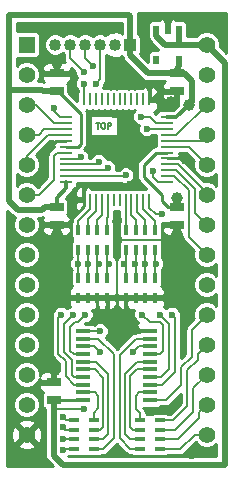
<source format=gtl>
G04 (created by PCBNEW-RS274X (2012-apr-16-27)-stable) date So 08 Sep 2013 13:16:25 CEST*
G01*
G70*
G90*
%MOIN*%
G04 Gerber Fmt 3.4, Leading zero omitted, Abs format*
%FSLAX34Y34*%
G04 APERTURE LIST*
%ADD10C,0.006000*%
%ADD11C,0.005000*%
%ADD12R,0.055000X0.055000*%
%ADD13C,0.055000*%
%ADD14R,0.020000X0.030000*%
%ADD15R,0.010000X0.040000*%
%ADD16R,0.040000X0.010000*%
%ADD17R,0.050000X0.015000*%
%ADD18R,0.040000X0.040000*%
%ADD19C,0.040000*%
%ADD20R,0.045000X0.025000*%
%ADD21R,0.015700X0.035400*%
%ADD22R,0.035400X0.015700*%
%ADD23C,0.023600*%
%ADD24C,0.039400*%
%ADD25C,0.035000*%
%ADD26C,0.008000*%
%ADD27C,0.020000*%
%ADD28C,0.010000*%
%ADD29C,0.012000*%
G04 APERTURE END LIST*
G54D10*
G54D11*
X57318Y-34101D02*
X57432Y-34101D01*
X57375Y-34301D02*
X57375Y-34101D01*
X57537Y-34101D02*
X57575Y-34101D01*
X57594Y-34110D01*
X57613Y-34130D01*
X57622Y-34168D01*
X57622Y-34234D01*
X57613Y-34272D01*
X57594Y-34291D01*
X57575Y-34301D01*
X57537Y-34301D01*
X57518Y-34291D01*
X57499Y-34272D01*
X57489Y-34234D01*
X57489Y-34168D01*
X57499Y-34130D01*
X57518Y-34110D01*
X57537Y-34101D01*
X57709Y-34301D02*
X57709Y-34101D01*
X57785Y-34101D01*
X57804Y-34110D01*
X57813Y-34120D01*
X57823Y-34139D01*
X57823Y-34168D01*
X57813Y-34187D01*
X57804Y-34196D01*
X57785Y-34206D01*
X57709Y-34206D01*
G54D12*
X55000Y-31500D03*
G54D13*
X55000Y-32500D03*
X55000Y-33500D03*
X55000Y-34500D03*
X55000Y-35500D03*
X55000Y-36500D03*
X55000Y-37500D03*
X55000Y-38500D03*
X55000Y-39500D03*
X55000Y-40500D03*
X55000Y-41500D03*
X55000Y-42500D03*
X55000Y-43500D03*
X55000Y-44500D03*
X61000Y-44500D03*
X61000Y-43500D03*
X61000Y-42500D03*
X61000Y-41500D03*
X61000Y-40500D03*
X61000Y-39500D03*
X61000Y-38500D03*
X61000Y-37500D03*
X61000Y-36500D03*
X61000Y-35500D03*
X61000Y-34500D03*
X61000Y-33500D03*
X61000Y-32500D03*
X61000Y-31500D03*
G54D14*
X60075Y-31000D03*
X59325Y-31000D03*
X60075Y-32000D03*
X59700Y-31000D03*
X59325Y-32000D03*
G54D15*
X59080Y-33328D03*
X58880Y-33328D03*
X58690Y-33328D03*
X58490Y-33328D03*
X58290Y-33328D03*
X58100Y-33328D03*
X57900Y-33328D03*
X57700Y-33328D03*
X57510Y-33328D03*
X57310Y-33328D03*
X57110Y-33328D03*
X56910Y-33328D03*
G54D16*
X59672Y-36081D03*
X59672Y-35881D03*
X59672Y-35691D03*
X59672Y-35491D03*
X59672Y-35291D03*
X59672Y-35101D03*
X59672Y-34901D03*
X59672Y-34701D03*
X59672Y-34511D03*
X59672Y-34311D03*
X59672Y-34111D03*
X59672Y-33911D03*
X56328Y-33919D03*
X56328Y-34119D03*
X56328Y-34309D03*
X56328Y-34509D03*
X56328Y-34709D03*
X56328Y-34899D03*
X56328Y-35099D03*
X56328Y-35299D03*
X56328Y-35489D03*
X56328Y-35689D03*
X56328Y-35889D03*
X56328Y-36089D03*
G54D15*
X56919Y-36672D03*
X57119Y-36672D03*
X57309Y-36672D03*
X57509Y-36672D03*
X57709Y-36672D03*
X57899Y-36672D03*
X58099Y-36672D03*
X58299Y-36672D03*
X58489Y-36672D03*
X58689Y-36672D03*
X58889Y-36672D03*
X59089Y-36672D03*
G54D17*
X56898Y-43352D03*
X56898Y-41048D03*
X59102Y-43352D03*
X59102Y-41048D03*
X59102Y-43096D03*
X59102Y-42840D03*
X59102Y-42584D03*
X59102Y-42328D03*
X59102Y-42072D03*
X59102Y-41816D03*
X59102Y-41560D03*
X59102Y-41304D03*
X56898Y-41304D03*
X56898Y-41560D03*
X56898Y-41816D03*
X56898Y-42072D03*
X56898Y-42328D03*
X56898Y-42584D03*
X56898Y-42840D03*
X56898Y-43096D03*
G54D18*
X58450Y-31500D03*
G54D19*
X57950Y-31500D03*
X57450Y-31500D03*
X56950Y-31500D03*
X56450Y-31500D03*
X55950Y-31500D03*
G54D20*
X60000Y-36900D03*
X60000Y-37500D03*
X55900Y-43350D03*
X55900Y-42750D03*
X60000Y-32450D03*
X60000Y-33050D03*
G54D21*
X56728Y-39935D03*
X57043Y-39935D03*
X57672Y-39935D03*
X57357Y-39935D03*
X57357Y-39265D03*
X57672Y-39265D03*
X57043Y-39265D03*
X56728Y-39265D03*
X58328Y-39935D03*
X58643Y-39935D03*
X59272Y-39935D03*
X58957Y-39935D03*
X58957Y-39265D03*
X59272Y-39265D03*
X58643Y-39265D03*
X58328Y-39265D03*
X57672Y-37665D03*
X57357Y-37665D03*
X56728Y-37665D03*
X57043Y-37665D03*
X57043Y-38335D03*
X56728Y-38335D03*
X57357Y-38335D03*
X57672Y-38335D03*
X59272Y-37665D03*
X58957Y-37665D03*
X58328Y-37665D03*
X58643Y-37665D03*
X58643Y-38335D03*
X58328Y-38335D03*
X58957Y-38335D03*
X59272Y-38335D03*
G54D22*
X56565Y-44028D03*
X56565Y-44343D03*
X56565Y-44972D03*
X56565Y-44657D03*
X57235Y-44657D03*
X57235Y-44972D03*
X57235Y-44343D03*
X57235Y-44028D03*
X58765Y-44028D03*
X58765Y-44343D03*
X58765Y-44972D03*
X58765Y-44657D03*
X59435Y-44657D03*
X59435Y-44972D03*
X59435Y-44343D03*
X59435Y-44028D03*
G54D20*
X56000Y-33050D03*
X56000Y-32450D03*
X56000Y-36900D03*
X56000Y-37500D03*
G54D23*
X57450Y-41050D03*
X56900Y-43650D03*
X56200Y-45000D03*
X56200Y-44650D03*
X56200Y-44250D03*
X56200Y-43900D03*
X57700Y-35600D03*
X57400Y-35400D03*
X59500Y-37150D03*
X56800Y-35250D03*
X56900Y-32800D03*
X59000Y-34300D03*
X55800Y-34900D03*
G54D24*
X60000Y-37800D03*
G54D23*
X58000Y-37200D03*
X59150Y-34750D03*
G54D24*
X56000Y-37800D03*
X59700Y-30600D03*
X56000Y-32100D03*
G54D23*
X58000Y-38000D03*
X60200Y-41800D03*
X60500Y-45200D03*
X58450Y-36150D03*
X56350Y-39950D03*
X59900Y-43500D03*
G54D24*
X55950Y-42350D03*
G54D23*
X58600Y-35100D03*
G54D24*
X59800Y-33400D03*
G54D23*
X57950Y-33850D03*
X57950Y-35100D03*
X57100Y-33850D03*
X55500Y-36000D03*
X57350Y-40650D03*
G54D24*
X60300Y-35300D03*
G54D25*
X58600Y-41000D03*
G54D23*
X59300Y-32800D03*
X58000Y-45100D03*
X58200Y-32200D03*
X57450Y-41750D03*
X57750Y-38800D03*
X58950Y-38800D03*
X59450Y-40500D03*
X58250Y-38800D03*
X58550Y-41750D03*
X58800Y-33900D03*
X59200Y-35700D03*
X57200Y-32200D03*
X57300Y-32800D03*
X55900Y-33600D03*
X58300Y-35850D03*
X56900Y-32400D03*
X56550Y-40500D03*
X57050Y-38800D03*
X56150Y-40500D03*
X56700Y-38800D03*
X57400Y-38800D03*
X56950Y-40500D03*
X59850Y-40500D03*
X59300Y-38800D03*
X58850Y-40500D03*
X58600Y-38800D03*
G54D24*
X60000Y-36600D03*
X60400Y-33500D03*
G54D26*
X55900Y-43650D02*
X56900Y-43650D01*
G54D27*
X56200Y-45500D02*
X61600Y-45500D01*
X61600Y-45500D02*
X61600Y-36500D01*
X59600Y-31500D02*
X59325Y-31225D01*
X60075Y-31500D02*
X59600Y-31500D01*
X55900Y-45200D02*
X56200Y-45500D01*
X61000Y-31500D02*
X60075Y-31500D01*
X60075Y-31000D02*
X60075Y-31500D01*
X55900Y-43350D02*
X55900Y-43650D01*
X55900Y-43650D02*
X55900Y-45200D01*
X59325Y-31225D02*
X59325Y-31000D01*
G54D28*
X56898Y-43352D02*
X55902Y-43352D01*
G54D26*
X57448Y-41048D02*
X56898Y-41048D01*
X57450Y-41050D02*
X57448Y-41048D01*
G54D28*
X55902Y-43352D02*
X55900Y-43350D01*
G54D27*
X61600Y-36500D02*
X61600Y-32100D01*
X61600Y-32100D02*
X61000Y-31500D01*
G54D26*
X60500Y-41900D02*
X60500Y-41000D01*
X60150Y-42850D02*
X60150Y-42250D01*
X59102Y-43352D02*
X59648Y-43352D01*
X59648Y-43352D02*
X60150Y-42850D01*
X60150Y-42250D02*
X60500Y-41900D01*
X60500Y-41000D02*
X61000Y-40500D01*
X61000Y-41500D02*
X60700Y-41800D01*
X60700Y-41800D02*
X60700Y-42000D01*
X60350Y-42350D02*
X60700Y-42000D01*
X59435Y-44028D02*
X59872Y-44028D01*
X60350Y-43550D02*
X60350Y-42350D01*
X59872Y-44028D02*
X60350Y-43550D01*
X60550Y-42950D02*
X61000Y-42500D01*
X60550Y-43750D02*
X60550Y-42950D01*
X59435Y-44343D02*
X59957Y-44343D01*
X59957Y-44343D02*
X60550Y-43750D01*
X61000Y-43500D02*
X60750Y-43750D01*
X60750Y-43750D02*
X60750Y-43950D01*
X60043Y-44657D02*
X60750Y-43950D01*
X59435Y-44657D02*
X60043Y-44657D01*
X60128Y-44972D02*
X60600Y-44500D01*
X60600Y-44500D02*
X61000Y-44500D01*
X59435Y-44972D02*
X60128Y-44972D01*
X56228Y-44972D02*
X56200Y-45000D01*
X56565Y-44972D02*
X56228Y-44972D01*
X56257Y-44657D02*
X56200Y-44650D01*
X56565Y-44657D02*
X56257Y-44657D01*
X56293Y-44343D02*
X56200Y-44250D01*
X56565Y-44343D02*
X56293Y-44343D01*
X56565Y-44028D02*
X56328Y-44028D01*
X56328Y-44028D02*
X56200Y-43900D01*
X57611Y-35689D02*
X57700Y-35600D01*
X56328Y-35689D02*
X57611Y-35689D01*
X57400Y-35400D02*
X57311Y-35489D01*
X57311Y-35489D02*
X56328Y-35489D01*
X59672Y-34701D02*
X60799Y-34701D01*
X60799Y-34701D02*
X61000Y-34500D01*
X60401Y-34901D02*
X61000Y-35500D01*
X59672Y-34901D02*
X60401Y-34901D01*
X61000Y-36450D02*
X60041Y-35491D01*
X60041Y-35491D02*
X59672Y-35491D01*
X61000Y-36500D02*
X61000Y-36450D01*
X61000Y-37500D02*
X60600Y-37100D01*
X60600Y-37100D02*
X60600Y-36300D01*
X59991Y-35691D02*
X60600Y-36300D01*
X59672Y-35691D02*
X59991Y-35691D01*
X59672Y-35881D02*
X59931Y-35881D01*
X61000Y-38500D02*
X60400Y-37900D01*
X60400Y-36350D02*
X59931Y-35881D01*
X60400Y-37900D02*
X60400Y-36350D01*
X59089Y-36939D02*
X59300Y-37150D01*
X59300Y-37150D02*
X59500Y-37150D01*
X59089Y-36672D02*
X59089Y-36939D01*
X56801Y-35299D02*
X56800Y-35250D01*
X56328Y-35299D02*
X56801Y-35299D01*
X56801Y-35299D02*
X56800Y-35250D01*
X55900Y-35600D02*
X55900Y-35200D01*
X55300Y-36500D02*
X55400Y-36500D01*
X55000Y-36500D02*
X55300Y-36500D01*
X55900Y-36000D02*
X55900Y-35600D01*
X56001Y-35099D02*
X56328Y-35099D01*
X55400Y-36500D02*
X55900Y-36000D01*
X55900Y-35200D02*
X56001Y-35099D01*
X56319Y-34500D02*
X56328Y-34509D01*
X55100Y-35100D02*
X55700Y-34500D01*
X55000Y-35200D02*
X55100Y-35100D01*
X55000Y-35500D02*
X55000Y-35200D01*
X55700Y-34500D02*
X56319Y-34500D01*
X55400Y-34500D02*
X55591Y-34309D01*
X55591Y-34309D02*
X56328Y-34309D01*
X55000Y-34500D02*
X55400Y-34500D01*
X55300Y-33500D02*
X55919Y-34119D01*
X55000Y-33500D02*
X55300Y-33500D01*
X55919Y-34119D02*
X56328Y-34119D01*
X56910Y-33328D02*
X56910Y-32810D01*
X56910Y-32810D02*
X56900Y-32800D01*
X59061Y-34311D02*
X59672Y-34311D01*
X59000Y-34300D02*
X59061Y-34311D01*
X59672Y-34511D02*
X59989Y-34511D01*
X59989Y-34511D02*
X61000Y-33500D01*
X59272Y-37372D02*
X58889Y-36989D01*
X59272Y-37665D02*
X59272Y-37372D01*
X58889Y-36989D02*
X58889Y-36672D01*
X58957Y-37357D02*
X58689Y-37089D01*
X58957Y-37665D02*
X58957Y-37357D01*
X58689Y-37089D02*
X58689Y-36672D01*
X58489Y-37196D02*
X58489Y-36672D01*
X58643Y-37350D02*
X58489Y-37196D01*
X58643Y-37665D02*
X58643Y-37350D01*
X58299Y-37249D02*
X58299Y-36672D01*
X58328Y-37278D02*
X58299Y-37249D01*
X58328Y-37665D02*
X58328Y-37278D01*
X57672Y-37278D02*
X57672Y-37665D01*
X57709Y-36672D02*
X57709Y-37241D01*
X57709Y-37241D02*
X57672Y-37278D01*
X57509Y-37191D02*
X57357Y-37343D01*
X57357Y-37343D02*
X57357Y-37665D01*
X57509Y-36672D02*
X57509Y-37191D01*
X57309Y-36672D02*
X57309Y-37041D01*
X57043Y-37307D02*
X57043Y-37665D01*
X57309Y-37041D02*
X57043Y-37307D01*
X57119Y-36672D02*
X57119Y-36981D01*
X57119Y-36981D02*
X56728Y-37372D01*
X56728Y-37372D02*
X56728Y-37665D01*
G54D27*
X58800Y-32800D02*
X59300Y-32800D01*
G54D29*
X58648Y-41048D02*
X58600Y-41000D01*
G54D27*
X56000Y-37700D02*
X56000Y-37500D01*
G54D28*
X58600Y-35100D02*
X58800Y-35100D01*
G54D26*
X59800Y-38000D02*
X58000Y-38000D01*
G54D28*
X59080Y-33328D02*
X59172Y-33328D01*
G54D29*
X59300Y-32900D02*
X59450Y-33050D01*
G54D26*
X58000Y-38000D02*
X58000Y-39935D01*
G54D29*
X58000Y-39935D02*
X58328Y-39935D01*
G54D27*
X55900Y-42750D02*
X55900Y-42400D01*
G54D26*
X58328Y-39935D02*
X58643Y-39935D01*
G54D28*
X57357Y-40643D02*
X57350Y-40650D01*
X58450Y-36150D02*
X58600Y-36000D01*
G54D29*
X57672Y-39935D02*
X58000Y-39935D01*
G54D28*
X58000Y-38000D02*
X58000Y-37200D01*
G54D27*
X60291Y-35291D02*
X60300Y-35300D01*
G54D29*
X55600Y-35900D02*
X55500Y-36000D01*
G54D27*
X59700Y-31000D02*
X59700Y-30600D01*
X55900Y-42400D02*
X55950Y-42350D01*
G54D26*
X57357Y-39935D02*
X57672Y-39935D01*
G54D27*
X56000Y-32450D02*
X56000Y-32100D01*
X56000Y-37800D02*
X56000Y-37700D01*
G54D28*
X59450Y-33050D02*
X60000Y-33050D01*
G54D29*
X55600Y-35100D02*
X55600Y-35900D01*
X56365Y-39935D02*
X56350Y-39950D01*
X59300Y-32800D02*
X59300Y-32900D01*
G54D28*
X58600Y-35100D02*
X57950Y-35100D01*
G54D29*
X58648Y-41048D02*
X59102Y-41048D01*
G54D28*
X56300Y-37500D02*
X56919Y-36881D01*
X59672Y-35291D02*
X60291Y-35291D01*
X57100Y-33850D02*
X57950Y-33850D01*
X57357Y-39935D02*
X57357Y-40643D01*
G54D26*
X60000Y-37800D02*
X59800Y-38000D01*
G54D28*
X56919Y-36672D02*
X56919Y-36881D01*
G54D26*
X56728Y-39935D02*
X57043Y-39935D01*
G54D28*
X56000Y-37500D02*
X56300Y-37500D01*
G54D26*
X58643Y-39935D02*
X58957Y-39935D01*
G54D28*
X58800Y-35100D02*
X59150Y-34750D01*
X55991Y-34709D02*
X55800Y-34900D01*
G54D29*
X56728Y-39935D02*
X56365Y-39935D01*
G54D28*
X59172Y-33328D02*
X59450Y-33050D01*
G54D29*
X60000Y-33200D02*
X59800Y-33400D01*
X55800Y-34900D02*
X55600Y-35100D01*
G54D26*
X58957Y-39935D02*
X59272Y-39935D01*
G54D27*
X60000Y-37500D02*
X60000Y-37800D01*
G54D26*
X57043Y-39935D02*
X57357Y-39935D01*
G54D28*
X56328Y-34709D02*
X55991Y-34709D01*
G54D29*
X60000Y-33050D02*
X60000Y-33200D01*
G54D28*
X58600Y-36000D02*
X58600Y-35100D01*
G54D27*
X58200Y-32200D02*
X58800Y-32800D01*
G54D26*
X57672Y-38722D02*
X57750Y-38800D01*
X57672Y-38878D02*
X57750Y-38800D01*
X57672Y-39265D02*
X57672Y-38878D01*
X56898Y-41560D02*
X57260Y-41560D01*
X57672Y-38335D02*
X57672Y-38722D01*
X57260Y-41560D02*
X57450Y-41750D01*
X58957Y-38793D02*
X58957Y-38335D01*
X59466Y-42584D02*
X59750Y-42300D01*
X59750Y-40800D02*
X59450Y-40500D01*
X59750Y-42300D02*
X59750Y-40800D01*
X59102Y-42584D02*
X59466Y-42584D01*
X58950Y-38800D02*
X58957Y-38793D01*
X58957Y-38807D02*
X58950Y-38800D01*
X58957Y-39265D02*
X58957Y-38807D01*
X58328Y-38878D02*
X58250Y-38800D01*
X58328Y-39265D02*
X58328Y-38878D01*
X58250Y-38800D02*
X58328Y-38722D01*
X58740Y-41560D02*
X58550Y-41750D01*
X58328Y-38722D02*
X58328Y-38335D01*
X59102Y-41560D02*
X58740Y-41560D01*
X58650Y-43200D02*
X58754Y-43096D01*
X58650Y-43650D02*
X58650Y-43200D01*
X58765Y-44028D02*
X58765Y-43765D01*
X58765Y-43765D02*
X58650Y-43650D01*
X58754Y-43096D02*
X59102Y-43096D01*
X57235Y-44972D02*
X57553Y-44972D01*
X57900Y-41825D02*
X57379Y-41304D01*
X57900Y-44625D02*
X57900Y-41825D01*
X57379Y-41304D02*
X56898Y-41304D01*
X57553Y-44972D02*
X57900Y-44625D01*
X57322Y-42072D02*
X56898Y-42072D01*
X57725Y-42475D02*
X57322Y-42072D01*
X57543Y-44657D02*
X57725Y-44475D01*
X57725Y-44475D02*
X57725Y-42475D01*
X57235Y-44657D02*
X57543Y-44657D01*
X57553Y-44247D02*
X57457Y-44343D01*
X57235Y-44343D02*
X57457Y-44343D01*
X57278Y-42328D02*
X56898Y-42328D01*
X57553Y-44247D02*
X57553Y-42603D01*
X57553Y-42603D02*
X57278Y-42328D01*
X57235Y-44028D02*
X57235Y-43765D01*
X57271Y-43096D02*
X56898Y-43096D01*
X57375Y-43625D02*
X57375Y-43200D01*
X57235Y-43765D02*
X57375Y-43625D01*
X57375Y-43200D02*
X57271Y-43096D01*
X58765Y-44972D02*
X58447Y-44972D01*
X58100Y-44625D02*
X58100Y-41850D01*
X58100Y-41850D02*
X58646Y-41304D01*
X58447Y-44972D02*
X58100Y-44625D01*
X58646Y-41304D02*
X59102Y-41304D01*
X58275Y-44475D02*
X58275Y-42475D01*
X58765Y-44657D02*
X58457Y-44657D01*
X58275Y-42475D02*
X58678Y-42072D01*
X58457Y-44657D02*
X58275Y-44475D01*
X58678Y-42072D02*
X59102Y-42072D01*
X58765Y-44343D02*
X58543Y-44343D01*
X58450Y-42550D02*
X58672Y-42328D01*
X58450Y-44250D02*
X58450Y-42550D01*
X58543Y-44343D02*
X58450Y-44250D01*
X58672Y-42328D02*
X59102Y-42328D01*
X59311Y-34111D02*
X59100Y-33900D01*
X59672Y-34111D02*
X59311Y-34111D01*
X59100Y-33900D02*
X58800Y-33900D01*
X59381Y-36081D02*
X59200Y-35900D01*
X56950Y-31500D02*
X56950Y-31950D01*
X56950Y-31950D02*
X57200Y-32200D01*
X59672Y-36081D02*
X59381Y-36081D01*
X59200Y-35900D02*
X59200Y-35700D01*
X56119Y-33919D02*
X55900Y-33700D01*
X56328Y-33919D02*
X56119Y-33919D01*
X57450Y-32650D02*
X57300Y-32800D01*
X57450Y-31500D02*
X57450Y-32650D01*
X57450Y-32650D02*
X57300Y-32800D01*
X55900Y-33700D02*
X55900Y-33600D01*
X57911Y-35889D02*
X58261Y-35889D01*
X56328Y-35889D02*
X57911Y-35889D01*
X56450Y-31950D02*
X56900Y-32400D01*
X56450Y-31500D02*
X56450Y-31950D01*
X58261Y-35889D02*
X58300Y-35850D01*
X56550Y-40500D02*
X56250Y-40800D01*
X57043Y-38807D02*
X57050Y-38800D01*
X56898Y-42584D02*
X56584Y-42584D01*
X57043Y-38793D02*
X57050Y-38800D01*
X56500Y-42500D02*
X56500Y-42000D01*
X57043Y-38335D02*
X57043Y-38793D01*
X57043Y-39265D02*
X57043Y-38807D01*
X56584Y-42584D02*
X56500Y-42500D01*
X56500Y-42000D02*
X56250Y-41750D01*
X56250Y-41750D02*
X56250Y-40800D01*
X56700Y-38800D02*
X56728Y-38772D01*
X56050Y-40600D02*
X56150Y-40500D01*
X56300Y-42550D02*
X56300Y-42050D01*
X56590Y-42840D02*
X56300Y-42550D01*
X56728Y-39265D02*
X56728Y-38828D01*
X56300Y-42050D02*
X56050Y-41800D01*
X56728Y-38828D02*
X56700Y-38800D01*
X56898Y-42840D02*
X56590Y-42840D01*
X56728Y-38772D02*
X56728Y-38335D01*
X56050Y-41800D02*
X56050Y-40600D01*
X57357Y-39265D02*
X57357Y-38843D01*
X56450Y-41700D02*
X56450Y-40900D01*
X57357Y-38843D02*
X57400Y-38800D01*
X56566Y-41816D02*
X56450Y-41700D01*
X56600Y-40750D02*
X56450Y-40900D01*
X56950Y-40500D02*
X56700Y-40750D01*
X56700Y-40750D02*
X56600Y-40750D01*
X56898Y-41816D02*
X56566Y-41816D01*
X57357Y-38335D02*
X57357Y-38757D01*
X57357Y-38757D02*
X57400Y-38800D01*
X59950Y-40600D02*
X59850Y-40500D01*
X59272Y-38828D02*
X59300Y-38800D01*
X59272Y-39265D02*
X59272Y-38828D01*
X59300Y-38800D02*
X59272Y-38772D01*
X59272Y-38772D02*
X59272Y-38335D01*
X59950Y-42400D02*
X59950Y-40600D01*
X59510Y-42840D02*
X59950Y-42400D01*
X59102Y-42840D02*
X59510Y-42840D01*
X59100Y-40750D02*
X58850Y-40500D01*
X58643Y-39265D02*
X58643Y-38843D01*
X59550Y-41700D02*
X59550Y-40850D01*
X58643Y-38757D02*
X58643Y-38335D01*
X59102Y-41816D02*
X59434Y-41816D01*
X58643Y-38843D02*
X58600Y-38800D01*
X59550Y-40850D02*
X59450Y-40750D01*
X59434Y-41816D02*
X59550Y-41700D01*
X58600Y-38800D02*
X58643Y-38757D01*
X59450Y-40750D02*
X59100Y-40750D01*
G54D27*
X55500Y-37000D02*
X55600Y-36900D01*
X54400Y-32000D02*
X54400Y-33000D01*
X55600Y-36900D02*
X56000Y-36900D01*
G54D29*
X56328Y-36272D02*
X56000Y-36600D01*
G54D27*
X54400Y-36700D02*
X54700Y-37000D01*
G54D28*
X56800Y-33800D02*
X56800Y-34800D01*
G54D27*
X54400Y-30500D02*
X54400Y-32000D01*
X54400Y-33000D02*
X54400Y-36700D01*
X58400Y-30500D02*
X54400Y-30500D01*
X54400Y-33000D02*
X55500Y-33000D01*
X55500Y-33000D02*
X55550Y-33050D01*
G54D28*
X56701Y-34899D02*
X56328Y-34899D01*
G54D29*
X56000Y-36600D02*
X56000Y-36900D01*
X59989Y-33911D02*
X60400Y-33500D01*
G54D27*
X54700Y-37000D02*
X55500Y-37000D01*
G54D28*
X56000Y-33050D02*
X56050Y-33050D01*
G54D27*
X55550Y-33050D02*
X56000Y-33050D01*
G54D28*
X56050Y-33050D02*
X56800Y-33800D01*
X56800Y-34800D02*
X56701Y-34899D01*
G54D27*
X60075Y-32000D02*
X60075Y-32225D01*
G54D29*
X56328Y-36089D02*
X56328Y-36272D01*
G54D27*
X60250Y-32450D02*
X60500Y-32700D01*
X58450Y-30550D02*
X58400Y-30500D01*
X60000Y-32450D02*
X60250Y-32450D01*
G54D28*
X59500Y-36500D02*
X59500Y-36700D01*
G54D27*
X60075Y-32225D02*
X60000Y-32300D01*
G54D28*
X59500Y-36700D02*
X59700Y-36900D01*
X59700Y-36900D02*
X60000Y-36900D01*
G54D29*
X59672Y-33911D02*
X59989Y-33911D01*
G54D27*
X60000Y-36600D02*
X60000Y-36900D01*
X58450Y-31850D02*
X58450Y-31500D01*
X60000Y-32300D02*
X60000Y-32450D01*
X60500Y-32700D02*
X60500Y-33400D01*
G54D28*
X59672Y-35101D02*
X59299Y-35101D01*
X58900Y-35900D02*
X59500Y-36500D01*
X58900Y-35500D02*
X58900Y-35900D01*
X59299Y-35101D02*
X58900Y-35500D01*
G54D27*
X60500Y-33400D02*
X60400Y-33500D01*
X58450Y-31500D02*
X58450Y-30550D01*
X60000Y-32450D02*
X59050Y-32450D01*
X59050Y-32450D02*
X58450Y-31850D01*
G54D10*
G36*
X55921Y-34905D02*
X55898Y-34920D01*
X55852Y-34951D01*
X55752Y-35052D01*
X55706Y-35119D01*
X55703Y-35132D01*
X55690Y-35200D01*
X55690Y-35600D01*
X55690Y-35913D01*
X55365Y-36237D01*
X55252Y-36124D01*
X55089Y-36056D01*
X54912Y-36056D01*
X54749Y-36123D01*
X54670Y-36202D01*
X54670Y-35798D01*
X54748Y-35876D01*
X54911Y-35944D01*
X55088Y-35944D01*
X55251Y-35877D01*
X55376Y-35752D01*
X55444Y-35589D01*
X55444Y-35412D01*
X55377Y-35249D01*
X55312Y-35184D01*
X55786Y-34710D01*
X55878Y-34710D01*
X55878Y-34796D01*
X55878Y-34809D01*
X55879Y-34809D01*
X55917Y-34900D01*
X55921Y-34904D01*
X55921Y-34905D01*
X55921Y-34905D01*
G37*
G54D28*
X55921Y-34905D02*
X55898Y-34920D01*
X55852Y-34951D01*
X55752Y-35052D01*
X55706Y-35119D01*
X55703Y-35132D01*
X55690Y-35200D01*
X55690Y-35600D01*
X55690Y-35913D01*
X55365Y-36237D01*
X55252Y-36124D01*
X55089Y-36056D01*
X54912Y-36056D01*
X54749Y-36123D01*
X54670Y-36202D01*
X54670Y-35798D01*
X54748Y-35876D01*
X54911Y-35944D01*
X55088Y-35944D01*
X55251Y-35877D01*
X55376Y-35752D01*
X55444Y-35589D01*
X55444Y-35412D01*
X55377Y-35249D01*
X55312Y-35184D01*
X55786Y-34710D01*
X55878Y-34710D01*
X55878Y-34796D01*
X55878Y-34809D01*
X55879Y-34809D01*
X55917Y-34900D01*
X55921Y-34904D01*
X55921Y-34905D01*
G54D10*
G36*
X58021Y-31500D02*
X57950Y-31571D01*
X57879Y-31500D01*
X57950Y-31429D01*
X58021Y-31500D01*
X58021Y-31500D01*
G37*
G54D28*
X58021Y-31500D02*
X57950Y-31571D01*
X57879Y-31500D01*
X57950Y-31429D01*
X58021Y-31500D01*
G54D10*
G36*
X58118Y-37380D02*
X58106Y-37392D01*
X58080Y-37454D01*
X58080Y-37522D01*
X58080Y-37876D01*
X58100Y-37923D01*
X58100Y-38076D01*
X58080Y-38124D01*
X58080Y-38192D01*
X58080Y-38546D01*
X58085Y-38559D01*
X58007Y-38637D01*
X57999Y-38654D01*
X57993Y-38638D01*
X57914Y-38558D01*
X57920Y-38546D01*
X57920Y-38478D01*
X57920Y-38124D01*
X57900Y-38076D01*
X57900Y-37923D01*
X57920Y-37876D01*
X57920Y-37808D01*
X57920Y-37454D01*
X57894Y-37392D01*
X57882Y-37380D01*
X57882Y-37353D01*
X57882Y-37352D01*
X57903Y-37322D01*
X57903Y-37321D01*
X57905Y-37308D01*
X57918Y-37241D01*
X57919Y-37241D01*
X57919Y-37042D01*
X57983Y-37042D01*
X57999Y-37035D01*
X58015Y-37042D01*
X58083Y-37042D01*
X58089Y-37042D01*
X58089Y-37249D01*
X58102Y-37316D01*
X58105Y-37330D01*
X58118Y-37348D01*
X58118Y-37380D01*
X58118Y-37380D01*
G37*
G54D28*
X58118Y-37380D02*
X58106Y-37392D01*
X58080Y-37454D01*
X58080Y-37522D01*
X58080Y-37876D01*
X58100Y-37923D01*
X58100Y-38076D01*
X58080Y-38124D01*
X58080Y-38192D01*
X58080Y-38546D01*
X58085Y-38559D01*
X58007Y-38637D01*
X57999Y-38654D01*
X57993Y-38638D01*
X57914Y-38558D01*
X57920Y-38546D01*
X57920Y-38478D01*
X57920Y-38124D01*
X57900Y-38076D01*
X57900Y-37923D01*
X57920Y-37876D01*
X57920Y-37808D01*
X57920Y-37454D01*
X57894Y-37392D01*
X57882Y-37380D01*
X57882Y-37353D01*
X57882Y-37352D01*
X57903Y-37322D01*
X57903Y-37321D01*
X57905Y-37308D01*
X57918Y-37241D01*
X57919Y-37241D01*
X57919Y-37042D01*
X57983Y-37042D01*
X57999Y-37035D01*
X58015Y-37042D01*
X58083Y-37042D01*
X58089Y-37042D01*
X58089Y-37249D01*
X58102Y-37316D01*
X58105Y-37330D01*
X58118Y-37348D01*
X58118Y-37380D01*
G54D10*
G36*
X58180Y-31128D02*
X58176Y-31131D01*
X58173Y-31109D01*
X58006Y-31054D01*
X57830Y-31067D01*
X57727Y-31109D01*
X57723Y-31131D01*
X57698Y-31106D01*
X57629Y-31174D01*
X57524Y-31130D01*
X57377Y-31130D01*
X57241Y-31186D01*
X57200Y-31227D01*
X57160Y-31187D01*
X57024Y-31130D01*
X56877Y-31130D01*
X56741Y-31186D01*
X56700Y-31227D01*
X56660Y-31187D01*
X56524Y-31130D01*
X56377Y-31130D01*
X56241Y-31186D01*
X56200Y-31227D01*
X56160Y-31187D01*
X56024Y-31130D01*
X55877Y-31130D01*
X55741Y-31186D01*
X55637Y-31290D01*
X55580Y-31426D01*
X55580Y-31573D01*
X55636Y-31709D01*
X55740Y-31813D01*
X55876Y-31870D01*
X56023Y-31870D01*
X56159Y-31814D01*
X56200Y-31773D01*
X56240Y-31813D01*
X56240Y-31950D01*
X56253Y-32017D01*
X56256Y-32031D01*
X56291Y-32082D01*
X56275Y-32076D01*
X56176Y-32076D01*
X56112Y-32075D01*
X56050Y-32137D01*
X56050Y-32400D01*
X56413Y-32400D01*
X56475Y-32338D01*
X56474Y-32276D01*
X56470Y-32266D01*
X56613Y-32409D01*
X56613Y-32457D01*
X56657Y-32562D01*
X56694Y-32599D01*
X56657Y-32637D01*
X56613Y-32743D01*
X56613Y-32857D01*
X56657Y-32962D01*
X56700Y-33005D01*
X56700Y-33070D01*
X56690Y-33094D01*
X56690Y-33162D01*
X56690Y-33378D01*
X56395Y-33083D01*
X56395Y-32891D01*
X56369Y-32829D01*
X56337Y-32797D01*
X56366Y-32786D01*
X56436Y-32716D01*
X56474Y-32624D01*
X56475Y-32562D01*
X56413Y-32500D01*
X56100Y-32500D01*
X56050Y-32500D01*
X55950Y-32500D01*
X55950Y-32400D01*
X55950Y-32137D01*
X55888Y-32075D01*
X55824Y-32076D01*
X55725Y-32076D01*
X55634Y-32114D01*
X55564Y-32184D01*
X55526Y-32276D01*
X55525Y-32338D01*
X55587Y-32400D01*
X55950Y-32400D01*
X55950Y-32500D01*
X55900Y-32500D01*
X55587Y-32500D01*
X55525Y-32562D01*
X55526Y-32624D01*
X55564Y-32716D01*
X55597Y-32749D01*
X55500Y-32730D01*
X55385Y-32730D01*
X55444Y-32589D01*
X55444Y-32412D01*
X55377Y-32249D01*
X55252Y-32124D01*
X55089Y-32056D01*
X54912Y-32056D01*
X54749Y-32123D01*
X54670Y-32202D01*
X54670Y-32000D01*
X54670Y-31936D01*
X54691Y-31945D01*
X54759Y-31945D01*
X55309Y-31945D01*
X55371Y-31919D01*
X55419Y-31871D01*
X55445Y-31809D01*
X55445Y-31741D01*
X55445Y-31191D01*
X55419Y-31129D01*
X55371Y-31081D01*
X55309Y-31055D01*
X55241Y-31055D01*
X54691Y-31055D01*
X54670Y-31063D01*
X54670Y-30770D01*
X58180Y-30770D01*
X58180Y-31128D01*
X58180Y-31128D01*
G37*
G54D28*
X58180Y-31128D02*
X58176Y-31131D01*
X58173Y-31109D01*
X58006Y-31054D01*
X57830Y-31067D01*
X57727Y-31109D01*
X57723Y-31131D01*
X57698Y-31106D01*
X57629Y-31174D01*
X57524Y-31130D01*
X57377Y-31130D01*
X57241Y-31186D01*
X57200Y-31227D01*
X57160Y-31187D01*
X57024Y-31130D01*
X56877Y-31130D01*
X56741Y-31186D01*
X56700Y-31227D01*
X56660Y-31187D01*
X56524Y-31130D01*
X56377Y-31130D01*
X56241Y-31186D01*
X56200Y-31227D01*
X56160Y-31187D01*
X56024Y-31130D01*
X55877Y-31130D01*
X55741Y-31186D01*
X55637Y-31290D01*
X55580Y-31426D01*
X55580Y-31573D01*
X55636Y-31709D01*
X55740Y-31813D01*
X55876Y-31870D01*
X56023Y-31870D01*
X56159Y-31814D01*
X56200Y-31773D01*
X56240Y-31813D01*
X56240Y-31950D01*
X56253Y-32017D01*
X56256Y-32031D01*
X56291Y-32082D01*
X56275Y-32076D01*
X56176Y-32076D01*
X56112Y-32075D01*
X56050Y-32137D01*
X56050Y-32400D01*
X56413Y-32400D01*
X56475Y-32338D01*
X56474Y-32276D01*
X56470Y-32266D01*
X56613Y-32409D01*
X56613Y-32457D01*
X56657Y-32562D01*
X56694Y-32599D01*
X56657Y-32637D01*
X56613Y-32743D01*
X56613Y-32857D01*
X56657Y-32962D01*
X56700Y-33005D01*
X56700Y-33070D01*
X56690Y-33094D01*
X56690Y-33162D01*
X56690Y-33378D01*
X56395Y-33083D01*
X56395Y-32891D01*
X56369Y-32829D01*
X56337Y-32797D01*
X56366Y-32786D01*
X56436Y-32716D01*
X56474Y-32624D01*
X56475Y-32562D01*
X56413Y-32500D01*
X56100Y-32500D01*
X56050Y-32500D01*
X55950Y-32500D01*
X55950Y-32400D01*
X55950Y-32137D01*
X55888Y-32075D01*
X55824Y-32076D01*
X55725Y-32076D01*
X55634Y-32114D01*
X55564Y-32184D01*
X55526Y-32276D01*
X55525Y-32338D01*
X55587Y-32400D01*
X55950Y-32400D01*
X55950Y-32500D01*
X55900Y-32500D01*
X55587Y-32500D01*
X55525Y-32562D01*
X55526Y-32624D01*
X55564Y-32716D01*
X55597Y-32749D01*
X55500Y-32730D01*
X55385Y-32730D01*
X55444Y-32589D01*
X55444Y-32412D01*
X55377Y-32249D01*
X55252Y-32124D01*
X55089Y-32056D01*
X54912Y-32056D01*
X54749Y-32123D01*
X54670Y-32202D01*
X54670Y-32000D01*
X54670Y-31936D01*
X54691Y-31945D01*
X54759Y-31945D01*
X55309Y-31945D01*
X55371Y-31919D01*
X55419Y-31871D01*
X55445Y-31809D01*
X55445Y-31741D01*
X55445Y-31191D01*
X55419Y-31129D01*
X55371Y-31081D01*
X55309Y-31055D01*
X55241Y-31055D01*
X54691Y-31055D01*
X54670Y-31063D01*
X54670Y-30770D01*
X58180Y-30770D01*
X58180Y-31128D01*
G54D10*
G36*
X60056Y-33369D02*
X60033Y-33427D01*
X60033Y-33541D01*
X59950Y-33624D01*
X59950Y-33363D01*
X59950Y-33100D01*
X59587Y-33100D01*
X59525Y-33162D01*
X59526Y-33224D01*
X59564Y-33316D01*
X59634Y-33386D01*
X59725Y-33424D01*
X59824Y-33424D01*
X59888Y-33425D01*
X59950Y-33363D01*
X59950Y-33624D01*
X59893Y-33681D01*
X59672Y-33681D01*
X59623Y-33691D01*
X59438Y-33691D01*
X59376Y-33717D01*
X59328Y-33765D01*
X59308Y-33812D01*
X59248Y-33752D01*
X59244Y-33749D01*
X59271Y-33739D01*
X59341Y-33669D01*
X59379Y-33577D01*
X59380Y-33440D01*
X59380Y-33216D01*
X59379Y-33079D01*
X59341Y-32987D01*
X59271Y-32917D01*
X59180Y-32879D01*
X59166Y-32879D01*
X59105Y-32940D01*
X59105Y-33278D01*
X59318Y-33278D01*
X59380Y-33216D01*
X59380Y-33440D01*
X59318Y-33378D01*
X59180Y-33378D01*
X59105Y-33378D01*
X59100Y-33378D01*
X59100Y-33094D01*
X59074Y-33032D01*
X59055Y-33013D01*
X59055Y-32940D01*
X58994Y-32879D01*
X58980Y-32879D01*
X58889Y-32917D01*
X58848Y-32958D01*
X58796Y-32958D01*
X58785Y-32962D01*
X58774Y-32958D01*
X58706Y-32958D01*
X58606Y-32958D01*
X58590Y-32964D01*
X58574Y-32958D01*
X58506Y-32958D01*
X58406Y-32958D01*
X58390Y-32964D01*
X58374Y-32958D01*
X58306Y-32958D01*
X58206Y-32958D01*
X58195Y-32962D01*
X58184Y-32958D01*
X58116Y-32958D01*
X58016Y-32958D01*
X58000Y-32964D01*
X57984Y-32958D01*
X57916Y-32958D01*
X57816Y-32958D01*
X57800Y-32964D01*
X57784Y-32958D01*
X57716Y-32958D01*
X57616Y-32958D01*
X57605Y-32962D01*
X57594Y-32958D01*
X57545Y-32958D01*
X57587Y-32857D01*
X57587Y-32809D01*
X57598Y-32799D01*
X57598Y-32798D01*
X57644Y-32731D01*
X57644Y-32730D01*
X57646Y-32717D01*
X57659Y-32650D01*
X57660Y-32650D01*
X57660Y-31856D01*
X57698Y-31894D01*
X57723Y-31868D01*
X57727Y-31891D01*
X57894Y-31946D01*
X58070Y-31933D01*
X58173Y-31891D01*
X58176Y-31868D01*
X58185Y-31877D01*
X58201Y-31953D01*
X58259Y-32041D01*
X58859Y-32641D01*
X58946Y-32699D01*
X58947Y-32699D01*
X59050Y-32720D01*
X59628Y-32720D01*
X59564Y-32784D01*
X59526Y-32876D01*
X59525Y-32938D01*
X59587Y-33000D01*
X59900Y-33000D01*
X59950Y-33000D01*
X60050Y-33000D01*
X60050Y-33100D01*
X60050Y-33150D01*
X60050Y-33363D01*
X60056Y-33369D01*
X60056Y-33369D01*
G37*
G54D28*
X60056Y-33369D02*
X60033Y-33427D01*
X60033Y-33541D01*
X59950Y-33624D01*
X59950Y-33363D01*
X59950Y-33100D01*
X59587Y-33100D01*
X59525Y-33162D01*
X59526Y-33224D01*
X59564Y-33316D01*
X59634Y-33386D01*
X59725Y-33424D01*
X59824Y-33424D01*
X59888Y-33425D01*
X59950Y-33363D01*
X59950Y-33624D01*
X59893Y-33681D01*
X59672Y-33681D01*
X59623Y-33691D01*
X59438Y-33691D01*
X59376Y-33717D01*
X59328Y-33765D01*
X59308Y-33812D01*
X59248Y-33752D01*
X59244Y-33749D01*
X59271Y-33739D01*
X59341Y-33669D01*
X59379Y-33577D01*
X59380Y-33440D01*
X59380Y-33216D01*
X59379Y-33079D01*
X59341Y-32987D01*
X59271Y-32917D01*
X59180Y-32879D01*
X59166Y-32879D01*
X59105Y-32940D01*
X59105Y-33278D01*
X59318Y-33278D01*
X59380Y-33216D01*
X59380Y-33440D01*
X59318Y-33378D01*
X59180Y-33378D01*
X59105Y-33378D01*
X59100Y-33378D01*
X59100Y-33094D01*
X59074Y-33032D01*
X59055Y-33013D01*
X59055Y-32940D01*
X58994Y-32879D01*
X58980Y-32879D01*
X58889Y-32917D01*
X58848Y-32958D01*
X58796Y-32958D01*
X58785Y-32962D01*
X58774Y-32958D01*
X58706Y-32958D01*
X58606Y-32958D01*
X58590Y-32964D01*
X58574Y-32958D01*
X58506Y-32958D01*
X58406Y-32958D01*
X58390Y-32964D01*
X58374Y-32958D01*
X58306Y-32958D01*
X58206Y-32958D01*
X58195Y-32962D01*
X58184Y-32958D01*
X58116Y-32958D01*
X58016Y-32958D01*
X58000Y-32964D01*
X57984Y-32958D01*
X57916Y-32958D01*
X57816Y-32958D01*
X57800Y-32964D01*
X57784Y-32958D01*
X57716Y-32958D01*
X57616Y-32958D01*
X57605Y-32962D01*
X57594Y-32958D01*
X57545Y-32958D01*
X57587Y-32857D01*
X57587Y-32809D01*
X57598Y-32799D01*
X57598Y-32798D01*
X57644Y-32731D01*
X57644Y-32730D01*
X57646Y-32717D01*
X57659Y-32650D01*
X57660Y-32650D01*
X57660Y-31856D01*
X57698Y-31894D01*
X57723Y-31868D01*
X57727Y-31891D01*
X57894Y-31946D01*
X58070Y-31933D01*
X58173Y-31891D01*
X58176Y-31868D01*
X58185Y-31877D01*
X58201Y-31953D01*
X58259Y-32041D01*
X58859Y-32641D01*
X58946Y-32699D01*
X58947Y-32699D01*
X59050Y-32720D01*
X59628Y-32720D01*
X59564Y-32784D01*
X59526Y-32876D01*
X59525Y-32938D01*
X59587Y-33000D01*
X59900Y-33000D01*
X59950Y-33000D01*
X60050Y-33000D01*
X60050Y-33100D01*
X60050Y-33150D01*
X60050Y-33363D01*
X60056Y-33369D01*
G54D10*
G36*
X60140Y-43463D02*
X59785Y-43818D01*
X59720Y-43818D01*
X59708Y-43806D01*
X59646Y-43780D01*
X59578Y-43780D01*
X59500Y-43780D01*
X59224Y-43780D01*
X59176Y-43800D01*
X59023Y-43800D01*
X58976Y-43780D01*
X58975Y-43780D01*
X58975Y-43765D01*
X58959Y-43685D01*
X58958Y-43684D01*
X58943Y-43662D01*
X58913Y-43617D01*
X58913Y-43616D01*
X58893Y-43597D01*
X59386Y-43597D01*
X59448Y-43571D01*
X59457Y-43562D01*
X59500Y-43562D01*
X59648Y-43562D01*
X59648Y-43561D01*
X59715Y-43548D01*
X59728Y-43546D01*
X59729Y-43546D01*
X59796Y-43500D01*
X60140Y-43156D01*
X60140Y-43463D01*
X60140Y-43463D01*
G37*
G54D28*
X60140Y-43463D02*
X59785Y-43818D01*
X59720Y-43818D01*
X59708Y-43806D01*
X59646Y-43780D01*
X59578Y-43780D01*
X59500Y-43780D01*
X59224Y-43780D01*
X59176Y-43800D01*
X59023Y-43800D01*
X58976Y-43780D01*
X58975Y-43780D01*
X58975Y-43765D01*
X58959Y-43685D01*
X58958Y-43684D01*
X58943Y-43662D01*
X58913Y-43617D01*
X58913Y-43616D01*
X58893Y-43597D01*
X59386Y-43597D01*
X59448Y-43571D01*
X59457Y-43562D01*
X59500Y-43562D01*
X59648Y-43562D01*
X59648Y-43561D01*
X59715Y-43548D01*
X59728Y-43546D01*
X59729Y-43546D01*
X59796Y-43500D01*
X60140Y-43156D01*
X60140Y-43463D01*
G54D10*
G36*
X61330Y-36202D02*
X61252Y-36124D01*
X61089Y-36056D01*
X60912Y-36056D01*
X60905Y-36058D01*
X60189Y-35343D01*
X60122Y-35297D01*
X60108Y-35294D01*
X60041Y-35281D01*
X59982Y-35281D01*
X59997Y-35266D01*
X60060Y-35266D01*
X60122Y-35204D01*
X60121Y-35192D01*
X60087Y-35111D01*
X60314Y-35111D01*
X60573Y-35369D01*
X60556Y-35411D01*
X60556Y-35588D01*
X60623Y-35751D01*
X60748Y-35876D01*
X60911Y-35944D01*
X61088Y-35944D01*
X61251Y-35877D01*
X61330Y-35798D01*
X61330Y-36202D01*
X61330Y-36202D01*
G37*
G54D28*
X61330Y-36202D02*
X61252Y-36124D01*
X61089Y-36056D01*
X60912Y-36056D01*
X60905Y-36058D01*
X60189Y-35343D01*
X60122Y-35297D01*
X60108Y-35294D01*
X60041Y-35281D01*
X59982Y-35281D01*
X59997Y-35266D01*
X60060Y-35266D01*
X60122Y-35204D01*
X60121Y-35192D01*
X60087Y-35111D01*
X60314Y-35111D01*
X60573Y-35369D01*
X60556Y-35411D01*
X60556Y-35588D01*
X60623Y-35751D01*
X60748Y-35876D01*
X60911Y-35944D01*
X61088Y-35944D01*
X61251Y-35877D01*
X61330Y-35798D01*
X61330Y-36202D01*
G54D10*
G36*
X61330Y-40202D02*
X61252Y-40124D01*
X61089Y-40056D01*
X60912Y-40056D01*
X60749Y-40123D01*
X60624Y-40248D01*
X60556Y-40411D01*
X60556Y-40588D01*
X60573Y-40630D01*
X60352Y-40852D01*
X60306Y-40919D01*
X60303Y-40932D01*
X60290Y-41000D01*
X60290Y-41813D01*
X60160Y-41943D01*
X60160Y-40600D01*
X60144Y-40520D01*
X60143Y-40519D01*
X60137Y-40509D01*
X60137Y-40443D01*
X60093Y-40338D01*
X60013Y-40257D01*
X59950Y-40230D01*
X59950Y-37813D01*
X59950Y-37550D01*
X59587Y-37550D01*
X59525Y-37612D01*
X59526Y-37674D01*
X59564Y-37766D01*
X59634Y-37836D01*
X59725Y-37874D01*
X59824Y-37874D01*
X59888Y-37875D01*
X59950Y-37813D01*
X59950Y-40230D01*
X59907Y-40213D01*
X59793Y-40213D01*
X59688Y-40257D01*
X59650Y-40294D01*
X59613Y-40257D01*
X59567Y-40238D01*
X59599Y-40162D01*
X59599Y-40063D01*
X59600Y-40047D01*
X59538Y-39985D01*
X59500Y-39985D01*
X59372Y-39985D01*
X59311Y-39985D01*
X59233Y-39985D01*
X59223Y-39985D01*
X59172Y-39985D01*
X59057Y-39985D01*
X59006Y-39985D01*
X58996Y-39985D01*
X58918Y-39985D01*
X58909Y-39985D01*
X58857Y-39985D01*
X58743Y-39985D01*
X58691Y-39985D01*
X58682Y-39985D01*
X58604Y-39985D01*
X58594Y-39985D01*
X58543Y-39985D01*
X58377Y-39985D01*
X58367Y-39985D01*
X58367Y-39995D01*
X58315Y-40047D01*
X58316Y-40063D01*
X58316Y-40162D01*
X58354Y-40253D01*
X58367Y-40266D01*
X58367Y-40300D01*
X58429Y-40362D01*
X58455Y-40361D01*
X58485Y-40348D01*
X58516Y-40361D01*
X58542Y-40362D01*
X58543Y-40361D01*
X58543Y-40362D01*
X58596Y-40362D01*
X58563Y-40443D01*
X58563Y-40557D01*
X58607Y-40662D01*
X58687Y-40743D01*
X58721Y-40757D01*
X58711Y-40762D01*
X58641Y-40832D01*
X58603Y-40924D01*
X58602Y-40949D01*
X58664Y-41011D01*
X59052Y-41011D01*
X59052Y-40998D01*
X59152Y-40998D01*
X59152Y-41011D01*
X59152Y-41059D01*
X58818Y-41059D01*
X58756Y-41085D01*
X58664Y-41085D01*
X58655Y-41094D01*
X58646Y-41094D01*
X58578Y-41107D01*
X58565Y-41110D01*
X58497Y-41156D01*
X58289Y-41363D01*
X58289Y-40300D01*
X58289Y-39985D01*
X58062Y-39985D01*
X58000Y-40047D01*
X57938Y-39985D01*
X57900Y-39985D01*
X57711Y-39985D01*
X57711Y-40300D01*
X57773Y-40362D01*
X57799Y-40361D01*
X57891Y-40323D01*
X57900Y-40314D01*
X57961Y-40253D01*
X57999Y-40162D01*
X57999Y-40063D01*
X58000Y-40047D01*
X58001Y-40063D01*
X58001Y-40162D01*
X58039Y-40253D01*
X58109Y-40323D01*
X58201Y-40361D01*
X58227Y-40362D01*
X58289Y-40300D01*
X58289Y-41363D01*
X58012Y-41640D01*
X57900Y-41528D01*
X57638Y-41267D01*
X57693Y-41213D01*
X57737Y-41107D01*
X57737Y-40993D01*
X57693Y-40888D01*
X57613Y-40807D01*
X57507Y-40763D01*
X57393Y-40763D01*
X57288Y-40807D01*
X57256Y-40838D01*
X57253Y-40838D01*
X57244Y-40829D01*
X57182Y-40803D01*
X57114Y-40803D01*
X56943Y-40803D01*
X56959Y-40787D01*
X57007Y-40787D01*
X57112Y-40743D01*
X57193Y-40663D01*
X57237Y-40557D01*
X57237Y-40443D01*
X57197Y-40349D01*
X57200Y-40348D01*
X57230Y-40361D01*
X57256Y-40362D01*
X57318Y-40300D01*
X57318Y-40267D01*
X57332Y-40253D01*
X57357Y-40191D01*
X57383Y-40253D01*
X57396Y-40266D01*
X57396Y-40300D01*
X57458Y-40362D01*
X57484Y-40361D01*
X57514Y-40348D01*
X57545Y-40361D01*
X57571Y-40362D01*
X57633Y-40300D01*
X57633Y-40266D01*
X57646Y-40253D01*
X57684Y-40162D01*
X57684Y-40063D01*
X57685Y-40047D01*
X57633Y-39995D01*
X57633Y-39985D01*
X57623Y-39985D01*
X57406Y-39985D01*
X57396Y-39985D01*
X57396Y-39995D01*
X57357Y-40033D01*
X57318Y-39994D01*
X57318Y-39985D01*
X57309Y-39985D01*
X57143Y-39985D01*
X57091Y-39985D01*
X57082Y-39985D01*
X57004Y-39985D01*
X56994Y-39985D01*
X56943Y-39985D01*
X56828Y-39985D01*
X56777Y-39985D01*
X56767Y-39985D01*
X56689Y-39985D01*
X56628Y-39985D01*
X56462Y-39985D01*
X56400Y-40047D01*
X56401Y-40063D01*
X56401Y-40162D01*
X56432Y-40238D01*
X56388Y-40257D01*
X56350Y-40294D01*
X56313Y-40257D01*
X56207Y-40213D01*
X56093Y-40213D01*
X55988Y-40257D01*
X55950Y-40294D01*
X55950Y-37813D01*
X55950Y-37550D01*
X55587Y-37550D01*
X55525Y-37612D01*
X55526Y-37674D01*
X55564Y-37766D01*
X55634Y-37836D01*
X55725Y-37874D01*
X55824Y-37874D01*
X55888Y-37875D01*
X55950Y-37813D01*
X55950Y-40294D01*
X55907Y-40337D01*
X55863Y-40443D01*
X55863Y-40508D01*
X55856Y-40519D01*
X55853Y-40532D01*
X55840Y-40600D01*
X55840Y-41800D01*
X55853Y-41867D01*
X55856Y-41881D01*
X55902Y-41948D01*
X56090Y-42136D01*
X56090Y-42376D01*
X56076Y-42376D01*
X56012Y-42375D01*
X55950Y-42437D01*
X55950Y-42650D01*
X55950Y-42700D01*
X55950Y-42800D01*
X55850Y-42800D01*
X55850Y-42700D01*
X55850Y-42437D01*
X55788Y-42375D01*
X55724Y-42376D01*
X55625Y-42376D01*
X55534Y-42414D01*
X55464Y-42484D01*
X55444Y-42532D01*
X55444Y-42412D01*
X55444Y-41589D01*
X55444Y-41412D01*
X55444Y-40589D01*
X55444Y-40412D01*
X55444Y-39589D01*
X55444Y-39412D01*
X55444Y-38589D01*
X55444Y-38412D01*
X55377Y-38249D01*
X55252Y-38124D01*
X55089Y-38056D01*
X54912Y-38056D01*
X54749Y-38123D01*
X54624Y-38248D01*
X54556Y-38411D01*
X54556Y-38588D01*
X54623Y-38751D01*
X54748Y-38876D01*
X54911Y-38944D01*
X55088Y-38944D01*
X55251Y-38877D01*
X55376Y-38752D01*
X55444Y-38589D01*
X55444Y-39412D01*
X55377Y-39249D01*
X55252Y-39124D01*
X55089Y-39056D01*
X54912Y-39056D01*
X54749Y-39123D01*
X54624Y-39248D01*
X54556Y-39411D01*
X54556Y-39588D01*
X54623Y-39751D01*
X54748Y-39876D01*
X54911Y-39944D01*
X55088Y-39944D01*
X55251Y-39877D01*
X55376Y-39752D01*
X55444Y-39589D01*
X55444Y-40412D01*
X55377Y-40249D01*
X55252Y-40124D01*
X55089Y-40056D01*
X54912Y-40056D01*
X54749Y-40123D01*
X54624Y-40248D01*
X54556Y-40411D01*
X54556Y-40588D01*
X54623Y-40751D01*
X54748Y-40876D01*
X54911Y-40944D01*
X55088Y-40944D01*
X55251Y-40877D01*
X55376Y-40752D01*
X55444Y-40589D01*
X55444Y-41412D01*
X55377Y-41249D01*
X55252Y-41124D01*
X55089Y-41056D01*
X54912Y-41056D01*
X54749Y-41123D01*
X54624Y-41248D01*
X54556Y-41411D01*
X54556Y-41588D01*
X54623Y-41751D01*
X54748Y-41876D01*
X54911Y-41944D01*
X55088Y-41944D01*
X55251Y-41877D01*
X55376Y-41752D01*
X55444Y-41589D01*
X55444Y-42412D01*
X55377Y-42249D01*
X55252Y-42124D01*
X55089Y-42056D01*
X54912Y-42056D01*
X54749Y-42123D01*
X54624Y-42248D01*
X54556Y-42411D01*
X54556Y-42588D01*
X54623Y-42751D01*
X54748Y-42876D01*
X54911Y-42944D01*
X55088Y-42944D01*
X55251Y-42877D01*
X55376Y-42752D01*
X55425Y-42634D01*
X55425Y-42638D01*
X55487Y-42700D01*
X55850Y-42700D01*
X55850Y-42800D01*
X55800Y-42800D01*
X55487Y-42800D01*
X55425Y-42862D01*
X55426Y-42924D01*
X55464Y-43016D01*
X55534Y-43086D01*
X55562Y-43097D01*
X55531Y-43129D01*
X55505Y-43191D01*
X55505Y-43259D01*
X55505Y-43509D01*
X55531Y-43571D01*
X55579Y-43619D01*
X55630Y-43640D01*
X55630Y-43650D01*
X55630Y-45200D01*
X55651Y-45303D01*
X55709Y-45391D01*
X55868Y-45550D01*
X55519Y-45550D01*
X55519Y-44574D01*
X55508Y-44370D01*
X55452Y-44233D01*
X55444Y-44230D01*
X55444Y-43589D01*
X55444Y-43412D01*
X55377Y-43249D01*
X55252Y-43124D01*
X55089Y-43056D01*
X54912Y-43056D01*
X54749Y-43123D01*
X54624Y-43248D01*
X54556Y-43411D01*
X54556Y-43588D01*
X54623Y-43751D01*
X54748Y-43876D01*
X54911Y-43944D01*
X55088Y-43944D01*
X55251Y-43877D01*
X55376Y-43752D01*
X55444Y-43589D01*
X55444Y-44230D01*
X55361Y-44210D01*
X55290Y-44281D01*
X55290Y-44139D01*
X55267Y-44048D01*
X55074Y-43981D01*
X54870Y-43992D01*
X54733Y-44048D01*
X54710Y-44139D01*
X55000Y-44429D01*
X55290Y-44139D01*
X55290Y-44281D01*
X55071Y-44500D01*
X55361Y-44790D01*
X55452Y-44767D01*
X55519Y-44574D01*
X55519Y-45550D01*
X55290Y-45550D01*
X55290Y-44861D01*
X55000Y-44571D01*
X54929Y-44642D01*
X54929Y-44500D01*
X54639Y-44210D01*
X54548Y-44233D01*
X54481Y-44426D01*
X54492Y-44630D01*
X54548Y-44767D01*
X54639Y-44790D01*
X54929Y-44500D01*
X54929Y-44642D01*
X54710Y-44861D01*
X54733Y-44952D01*
X54926Y-45019D01*
X55130Y-45008D01*
X55267Y-44952D01*
X55290Y-44861D01*
X55290Y-45550D01*
X54350Y-45550D01*
X54350Y-37032D01*
X54509Y-37191D01*
X54597Y-37249D01*
X54621Y-37253D01*
X54556Y-37411D01*
X54556Y-37588D01*
X54623Y-37751D01*
X54748Y-37876D01*
X54911Y-37944D01*
X55088Y-37944D01*
X55251Y-37877D01*
X55376Y-37752D01*
X55444Y-37589D01*
X55444Y-37412D01*
X55385Y-37270D01*
X55500Y-37270D01*
X55553Y-37259D01*
X55526Y-37326D01*
X55525Y-37388D01*
X55587Y-37450D01*
X55900Y-37450D01*
X55950Y-37450D01*
X56050Y-37450D01*
X56100Y-37450D01*
X56413Y-37450D01*
X56475Y-37388D01*
X56474Y-37326D01*
X56436Y-37234D01*
X56366Y-37164D01*
X56337Y-37152D01*
X56369Y-37121D01*
X56395Y-37059D01*
X56395Y-36991D01*
X56395Y-36741D01*
X56369Y-36679D01*
X56321Y-36631D01*
X56302Y-36623D01*
X56488Y-36436D01*
X56490Y-36435D01*
X56491Y-36435D01*
X56540Y-36360D01*
X56550Y-36309D01*
X56562Y-36309D01*
X56624Y-36283D01*
X56672Y-36235D01*
X56698Y-36173D01*
X56698Y-36105D01*
X56698Y-36099D01*
X57911Y-36099D01*
X58151Y-36099D01*
X58243Y-36137D01*
X58357Y-36137D01*
X58462Y-36093D01*
X58543Y-36013D01*
X58587Y-35907D01*
X58587Y-35793D01*
X58543Y-35688D01*
X58463Y-35607D01*
X58357Y-35563D01*
X58243Y-35563D01*
X58138Y-35607D01*
X58065Y-35679D01*
X58056Y-35679D01*
X58056Y-34555D01*
X58056Y-33835D01*
X57104Y-33835D01*
X57104Y-34555D01*
X58056Y-34555D01*
X58056Y-35679D01*
X57977Y-35679D01*
X57987Y-35657D01*
X57987Y-35543D01*
X57943Y-35438D01*
X57863Y-35357D01*
X57757Y-35313D01*
X57674Y-35313D01*
X57643Y-35238D01*
X57563Y-35157D01*
X57457Y-35113D01*
X57343Y-35113D01*
X57238Y-35157D01*
X57157Y-35237D01*
X57139Y-35279D01*
X57087Y-35279D01*
X57087Y-35193D01*
X57043Y-35088D01*
X56963Y-35007D01*
X56922Y-34989D01*
X56956Y-34956D01*
X57003Y-34884D01*
X57020Y-34800D01*
X57021Y-34800D01*
X57020Y-34795D01*
X57020Y-33800D01*
X57003Y-33716D01*
X57002Y-33715D01*
X56991Y-33698D01*
X56994Y-33698D01*
X57010Y-33691D01*
X57026Y-33698D01*
X57094Y-33698D01*
X57194Y-33698D01*
X57210Y-33691D01*
X57226Y-33698D01*
X57294Y-33698D01*
X57394Y-33698D01*
X57410Y-33691D01*
X57426Y-33698D01*
X57494Y-33698D01*
X57594Y-33698D01*
X57605Y-33693D01*
X57616Y-33698D01*
X57684Y-33698D01*
X57784Y-33698D01*
X57800Y-33691D01*
X57816Y-33698D01*
X57884Y-33698D01*
X57984Y-33698D01*
X58000Y-33691D01*
X58016Y-33698D01*
X58084Y-33698D01*
X58184Y-33698D01*
X58195Y-33693D01*
X58206Y-33698D01*
X58274Y-33698D01*
X58374Y-33698D01*
X58390Y-33691D01*
X58406Y-33698D01*
X58474Y-33698D01*
X58574Y-33698D01*
X58590Y-33691D01*
X58599Y-33695D01*
X58557Y-33737D01*
X58513Y-33843D01*
X58513Y-33957D01*
X58557Y-34062D01*
X58637Y-34143D01*
X58737Y-34184D01*
X58713Y-34243D01*
X58713Y-34357D01*
X58757Y-34462D01*
X58837Y-34543D01*
X58943Y-34587D01*
X59057Y-34587D01*
X59162Y-34543D01*
X59184Y-34521D01*
X59302Y-34521D01*
X59302Y-34595D01*
X59306Y-34606D01*
X59302Y-34617D01*
X59302Y-34685D01*
X59302Y-34785D01*
X59308Y-34801D01*
X59302Y-34817D01*
X59302Y-34881D01*
X59299Y-34881D01*
X59215Y-34898D01*
X59143Y-34945D01*
X59141Y-34947D01*
X58744Y-35344D01*
X58697Y-35416D01*
X58679Y-35500D01*
X58680Y-35504D01*
X58680Y-35895D01*
X58679Y-35900D01*
X58697Y-35984D01*
X58744Y-36056D01*
X58994Y-36306D01*
X58989Y-36308D01*
X58973Y-36302D01*
X58905Y-36302D01*
X58805Y-36302D01*
X58789Y-36308D01*
X58773Y-36302D01*
X58705Y-36302D01*
X58605Y-36302D01*
X58589Y-36308D01*
X58573Y-36302D01*
X58505Y-36302D01*
X58405Y-36302D01*
X58394Y-36306D01*
X58383Y-36302D01*
X58315Y-36302D01*
X58215Y-36302D01*
X58199Y-36308D01*
X58183Y-36302D01*
X58115Y-36302D01*
X58015Y-36302D01*
X57999Y-36308D01*
X57983Y-36302D01*
X57915Y-36302D01*
X57815Y-36302D01*
X57804Y-36306D01*
X57793Y-36302D01*
X57725Y-36302D01*
X57625Y-36302D01*
X57609Y-36308D01*
X57593Y-36302D01*
X57525Y-36302D01*
X57425Y-36302D01*
X57409Y-36308D01*
X57393Y-36302D01*
X57325Y-36302D01*
X57225Y-36302D01*
X57214Y-36306D01*
X57203Y-36302D01*
X57151Y-36302D01*
X57110Y-36261D01*
X57019Y-36223D01*
X57005Y-36223D01*
X56944Y-36284D01*
X56944Y-36357D01*
X56925Y-36376D01*
X56899Y-36438D01*
X56899Y-36506D01*
X56899Y-36722D01*
X56894Y-36722D01*
X56894Y-36622D01*
X56894Y-36284D01*
X56833Y-36223D01*
X56819Y-36223D01*
X56728Y-36261D01*
X56658Y-36331D01*
X56620Y-36423D01*
X56619Y-36560D01*
X56681Y-36622D01*
X56894Y-36622D01*
X56894Y-36722D01*
X56819Y-36722D01*
X56681Y-36722D01*
X56619Y-36784D01*
X56620Y-36921D01*
X56658Y-37013D01*
X56724Y-37079D01*
X56580Y-37224D01*
X56534Y-37291D01*
X56531Y-37304D01*
X56518Y-37372D01*
X56518Y-37380D01*
X56506Y-37392D01*
X56480Y-37454D01*
X56480Y-37522D01*
X56480Y-37876D01*
X56500Y-37923D01*
X56500Y-38076D01*
X56480Y-38124D01*
X56480Y-38192D01*
X56480Y-38546D01*
X56500Y-38594D01*
X56475Y-38619D01*
X56475Y-37612D01*
X56413Y-37550D01*
X56050Y-37550D01*
X56050Y-37813D01*
X56112Y-37875D01*
X56176Y-37874D01*
X56275Y-37874D01*
X56366Y-37836D01*
X56436Y-37766D01*
X56474Y-37674D01*
X56475Y-37612D01*
X56475Y-38619D01*
X56457Y-38637D01*
X56413Y-38743D01*
X56413Y-38857D01*
X56457Y-38962D01*
X56500Y-39005D01*
X56480Y-39054D01*
X56480Y-39122D01*
X56480Y-39476D01*
X56506Y-39538D01*
X56513Y-39545D01*
X56509Y-39547D01*
X56439Y-39617D01*
X56401Y-39708D01*
X56401Y-39807D01*
X56400Y-39823D01*
X56462Y-39885D01*
X56628Y-39885D01*
X56689Y-39885D01*
X56767Y-39885D01*
X56777Y-39885D01*
X56828Y-39885D01*
X56943Y-39885D01*
X56994Y-39885D01*
X57004Y-39885D01*
X57082Y-39885D01*
X57091Y-39885D01*
X57143Y-39885D01*
X57257Y-39885D01*
X57309Y-39885D01*
X57318Y-39885D01*
X57396Y-39885D01*
X57406Y-39885D01*
X57457Y-39885D01*
X57572Y-39885D01*
X57623Y-39885D01*
X57633Y-39885D01*
X57711Y-39885D01*
X57772Y-39885D01*
X57900Y-39885D01*
X57938Y-39885D01*
X58000Y-39823D01*
X58062Y-39885D01*
X58228Y-39885D01*
X58289Y-39885D01*
X58367Y-39885D01*
X58377Y-39885D01*
X58428Y-39885D01*
X58543Y-39885D01*
X58594Y-39885D01*
X58604Y-39885D01*
X58682Y-39885D01*
X58691Y-39885D01*
X58743Y-39885D01*
X58857Y-39885D01*
X58909Y-39885D01*
X58918Y-39885D01*
X58996Y-39885D01*
X59006Y-39885D01*
X59057Y-39885D01*
X59172Y-39885D01*
X59223Y-39885D01*
X59233Y-39885D01*
X59311Y-39885D01*
X59372Y-39885D01*
X59500Y-39885D01*
X59538Y-39885D01*
X59600Y-39823D01*
X59599Y-39807D01*
X59599Y-39708D01*
X59561Y-39617D01*
X59500Y-39556D01*
X59491Y-39547D01*
X59486Y-39545D01*
X59494Y-39538D01*
X59500Y-39523D01*
X59520Y-39476D01*
X59520Y-39408D01*
X59520Y-39054D01*
X59500Y-39006D01*
X59499Y-39005D01*
X59500Y-39005D01*
X59543Y-38963D01*
X59587Y-38857D01*
X59587Y-38743D01*
X59543Y-38638D01*
X59500Y-38594D01*
X59499Y-38594D01*
X59500Y-38593D01*
X59520Y-38546D01*
X59520Y-38478D01*
X59520Y-38124D01*
X59500Y-38076D01*
X59500Y-37923D01*
X59520Y-37876D01*
X59520Y-37808D01*
X59520Y-37454D01*
X59512Y-37437D01*
X59557Y-37437D01*
X59568Y-37431D01*
X59587Y-37450D01*
X59900Y-37450D01*
X59950Y-37450D01*
X60050Y-37450D01*
X60050Y-37550D01*
X60050Y-37600D01*
X60050Y-37813D01*
X60112Y-37875D01*
X60176Y-37874D01*
X60190Y-37874D01*
X60190Y-37900D01*
X60203Y-37967D01*
X60206Y-37981D01*
X60252Y-38048D01*
X60573Y-38369D01*
X60556Y-38411D01*
X60556Y-38588D01*
X60623Y-38751D01*
X60748Y-38876D01*
X60911Y-38944D01*
X61088Y-38944D01*
X61251Y-38877D01*
X61330Y-38798D01*
X61330Y-39202D01*
X61252Y-39124D01*
X61089Y-39056D01*
X60912Y-39056D01*
X60749Y-39123D01*
X60624Y-39248D01*
X60556Y-39411D01*
X60556Y-39588D01*
X60623Y-39751D01*
X60748Y-39876D01*
X60911Y-39944D01*
X61088Y-39944D01*
X61251Y-39877D01*
X61330Y-39798D01*
X61330Y-40202D01*
X61330Y-40202D01*
G37*
G54D28*
X61330Y-40202D02*
X61252Y-40124D01*
X61089Y-40056D01*
X60912Y-40056D01*
X60749Y-40123D01*
X60624Y-40248D01*
X60556Y-40411D01*
X60556Y-40588D01*
X60573Y-40630D01*
X60352Y-40852D01*
X60306Y-40919D01*
X60303Y-40932D01*
X60290Y-41000D01*
X60290Y-41813D01*
X60160Y-41943D01*
X60160Y-40600D01*
X60144Y-40520D01*
X60143Y-40519D01*
X60137Y-40509D01*
X60137Y-40443D01*
X60093Y-40338D01*
X60013Y-40257D01*
X59950Y-40230D01*
X59950Y-37813D01*
X59950Y-37550D01*
X59587Y-37550D01*
X59525Y-37612D01*
X59526Y-37674D01*
X59564Y-37766D01*
X59634Y-37836D01*
X59725Y-37874D01*
X59824Y-37874D01*
X59888Y-37875D01*
X59950Y-37813D01*
X59950Y-40230D01*
X59907Y-40213D01*
X59793Y-40213D01*
X59688Y-40257D01*
X59650Y-40294D01*
X59613Y-40257D01*
X59567Y-40238D01*
X59599Y-40162D01*
X59599Y-40063D01*
X59600Y-40047D01*
X59538Y-39985D01*
X59500Y-39985D01*
X59372Y-39985D01*
X59311Y-39985D01*
X59233Y-39985D01*
X59223Y-39985D01*
X59172Y-39985D01*
X59057Y-39985D01*
X59006Y-39985D01*
X58996Y-39985D01*
X58918Y-39985D01*
X58909Y-39985D01*
X58857Y-39985D01*
X58743Y-39985D01*
X58691Y-39985D01*
X58682Y-39985D01*
X58604Y-39985D01*
X58594Y-39985D01*
X58543Y-39985D01*
X58377Y-39985D01*
X58367Y-39985D01*
X58367Y-39995D01*
X58315Y-40047D01*
X58316Y-40063D01*
X58316Y-40162D01*
X58354Y-40253D01*
X58367Y-40266D01*
X58367Y-40300D01*
X58429Y-40362D01*
X58455Y-40361D01*
X58485Y-40348D01*
X58516Y-40361D01*
X58542Y-40362D01*
X58543Y-40361D01*
X58543Y-40362D01*
X58596Y-40362D01*
X58563Y-40443D01*
X58563Y-40557D01*
X58607Y-40662D01*
X58687Y-40743D01*
X58721Y-40757D01*
X58711Y-40762D01*
X58641Y-40832D01*
X58603Y-40924D01*
X58602Y-40949D01*
X58664Y-41011D01*
X59052Y-41011D01*
X59052Y-40998D01*
X59152Y-40998D01*
X59152Y-41011D01*
X59152Y-41059D01*
X58818Y-41059D01*
X58756Y-41085D01*
X58664Y-41085D01*
X58655Y-41094D01*
X58646Y-41094D01*
X58578Y-41107D01*
X58565Y-41110D01*
X58497Y-41156D01*
X58289Y-41363D01*
X58289Y-40300D01*
X58289Y-39985D01*
X58062Y-39985D01*
X58000Y-40047D01*
X57938Y-39985D01*
X57900Y-39985D01*
X57711Y-39985D01*
X57711Y-40300D01*
X57773Y-40362D01*
X57799Y-40361D01*
X57891Y-40323D01*
X57900Y-40314D01*
X57961Y-40253D01*
X57999Y-40162D01*
X57999Y-40063D01*
X58000Y-40047D01*
X58001Y-40063D01*
X58001Y-40162D01*
X58039Y-40253D01*
X58109Y-40323D01*
X58201Y-40361D01*
X58227Y-40362D01*
X58289Y-40300D01*
X58289Y-41363D01*
X58012Y-41640D01*
X57900Y-41528D01*
X57638Y-41267D01*
X57693Y-41213D01*
X57737Y-41107D01*
X57737Y-40993D01*
X57693Y-40888D01*
X57613Y-40807D01*
X57507Y-40763D01*
X57393Y-40763D01*
X57288Y-40807D01*
X57256Y-40838D01*
X57253Y-40838D01*
X57244Y-40829D01*
X57182Y-40803D01*
X57114Y-40803D01*
X56943Y-40803D01*
X56959Y-40787D01*
X57007Y-40787D01*
X57112Y-40743D01*
X57193Y-40663D01*
X57237Y-40557D01*
X57237Y-40443D01*
X57197Y-40349D01*
X57200Y-40348D01*
X57230Y-40361D01*
X57256Y-40362D01*
X57318Y-40300D01*
X57318Y-40267D01*
X57332Y-40253D01*
X57357Y-40191D01*
X57383Y-40253D01*
X57396Y-40266D01*
X57396Y-40300D01*
X57458Y-40362D01*
X57484Y-40361D01*
X57514Y-40348D01*
X57545Y-40361D01*
X57571Y-40362D01*
X57633Y-40300D01*
X57633Y-40266D01*
X57646Y-40253D01*
X57684Y-40162D01*
X57684Y-40063D01*
X57685Y-40047D01*
X57633Y-39995D01*
X57633Y-39985D01*
X57623Y-39985D01*
X57406Y-39985D01*
X57396Y-39985D01*
X57396Y-39995D01*
X57357Y-40033D01*
X57318Y-39994D01*
X57318Y-39985D01*
X57309Y-39985D01*
X57143Y-39985D01*
X57091Y-39985D01*
X57082Y-39985D01*
X57004Y-39985D01*
X56994Y-39985D01*
X56943Y-39985D01*
X56828Y-39985D01*
X56777Y-39985D01*
X56767Y-39985D01*
X56689Y-39985D01*
X56628Y-39985D01*
X56462Y-39985D01*
X56400Y-40047D01*
X56401Y-40063D01*
X56401Y-40162D01*
X56432Y-40238D01*
X56388Y-40257D01*
X56350Y-40294D01*
X56313Y-40257D01*
X56207Y-40213D01*
X56093Y-40213D01*
X55988Y-40257D01*
X55950Y-40294D01*
X55950Y-37813D01*
X55950Y-37550D01*
X55587Y-37550D01*
X55525Y-37612D01*
X55526Y-37674D01*
X55564Y-37766D01*
X55634Y-37836D01*
X55725Y-37874D01*
X55824Y-37874D01*
X55888Y-37875D01*
X55950Y-37813D01*
X55950Y-40294D01*
X55907Y-40337D01*
X55863Y-40443D01*
X55863Y-40508D01*
X55856Y-40519D01*
X55853Y-40532D01*
X55840Y-40600D01*
X55840Y-41800D01*
X55853Y-41867D01*
X55856Y-41881D01*
X55902Y-41948D01*
X56090Y-42136D01*
X56090Y-42376D01*
X56076Y-42376D01*
X56012Y-42375D01*
X55950Y-42437D01*
X55950Y-42650D01*
X55950Y-42700D01*
X55950Y-42800D01*
X55850Y-42800D01*
X55850Y-42700D01*
X55850Y-42437D01*
X55788Y-42375D01*
X55724Y-42376D01*
X55625Y-42376D01*
X55534Y-42414D01*
X55464Y-42484D01*
X55444Y-42532D01*
X55444Y-42412D01*
X55444Y-41589D01*
X55444Y-41412D01*
X55444Y-40589D01*
X55444Y-40412D01*
X55444Y-39589D01*
X55444Y-39412D01*
X55444Y-38589D01*
X55444Y-38412D01*
X55377Y-38249D01*
X55252Y-38124D01*
X55089Y-38056D01*
X54912Y-38056D01*
X54749Y-38123D01*
X54624Y-38248D01*
X54556Y-38411D01*
X54556Y-38588D01*
X54623Y-38751D01*
X54748Y-38876D01*
X54911Y-38944D01*
X55088Y-38944D01*
X55251Y-38877D01*
X55376Y-38752D01*
X55444Y-38589D01*
X55444Y-39412D01*
X55377Y-39249D01*
X55252Y-39124D01*
X55089Y-39056D01*
X54912Y-39056D01*
X54749Y-39123D01*
X54624Y-39248D01*
X54556Y-39411D01*
X54556Y-39588D01*
X54623Y-39751D01*
X54748Y-39876D01*
X54911Y-39944D01*
X55088Y-39944D01*
X55251Y-39877D01*
X55376Y-39752D01*
X55444Y-39589D01*
X55444Y-40412D01*
X55377Y-40249D01*
X55252Y-40124D01*
X55089Y-40056D01*
X54912Y-40056D01*
X54749Y-40123D01*
X54624Y-40248D01*
X54556Y-40411D01*
X54556Y-40588D01*
X54623Y-40751D01*
X54748Y-40876D01*
X54911Y-40944D01*
X55088Y-40944D01*
X55251Y-40877D01*
X55376Y-40752D01*
X55444Y-40589D01*
X55444Y-41412D01*
X55377Y-41249D01*
X55252Y-41124D01*
X55089Y-41056D01*
X54912Y-41056D01*
X54749Y-41123D01*
X54624Y-41248D01*
X54556Y-41411D01*
X54556Y-41588D01*
X54623Y-41751D01*
X54748Y-41876D01*
X54911Y-41944D01*
X55088Y-41944D01*
X55251Y-41877D01*
X55376Y-41752D01*
X55444Y-41589D01*
X55444Y-42412D01*
X55377Y-42249D01*
X55252Y-42124D01*
X55089Y-42056D01*
X54912Y-42056D01*
X54749Y-42123D01*
X54624Y-42248D01*
X54556Y-42411D01*
X54556Y-42588D01*
X54623Y-42751D01*
X54748Y-42876D01*
X54911Y-42944D01*
X55088Y-42944D01*
X55251Y-42877D01*
X55376Y-42752D01*
X55425Y-42634D01*
X55425Y-42638D01*
X55487Y-42700D01*
X55850Y-42700D01*
X55850Y-42800D01*
X55800Y-42800D01*
X55487Y-42800D01*
X55425Y-42862D01*
X55426Y-42924D01*
X55464Y-43016D01*
X55534Y-43086D01*
X55562Y-43097D01*
X55531Y-43129D01*
X55505Y-43191D01*
X55505Y-43259D01*
X55505Y-43509D01*
X55531Y-43571D01*
X55579Y-43619D01*
X55630Y-43640D01*
X55630Y-43650D01*
X55630Y-45200D01*
X55651Y-45303D01*
X55709Y-45391D01*
X55868Y-45550D01*
X55519Y-45550D01*
X55519Y-44574D01*
X55508Y-44370D01*
X55452Y-44233D01*
X55444Y-44230D01*
X55444Y-43589D01*
X55444Y-43412D01*
X55377Y-43249D01*
X55252Y-43124D01*
X55089Y-43056D01*
X54912Y-43056D01*
X54749Y-43123D01*
X54624Y-43248D01*
X54556Y-43411D01*
X54556Y-43588D01*
X54623Y-43751D01*
X54748Y-43876D01*
X54911Y-43944D01*
X55088Y-43944D01*
X55251Y-43877D01*
X55376Y-43752D01*
X55444Y-43589D01*
X55444Y-44230D01*
X55361Y-44210D01*
X55290Y-44281D01*
X55290Y-44139D01*
X55267Y-44048D01*
X55074Y-43981D01*
X54870Y-43992D01*
X54733Y-44048D01*
X54710Y-44139D01*
X55000Y-44429D01*
X55290Y-44139D01*
X55290Y-44281D01*
X55071Y-44500D01*
X55361Y-44790D01*
X55452Y-44767D01*
X55519Y-44574D01*
X55519Y-45550D01*
X55290Y-45550D01*
X55290Y-44861D01*
X55000Y-44571D01*
X54929Y-44642D01*
X54929Y-44500D01*
X54639Y-44210D01*
X54548Y-44233D01*
X54481Y-44426D01*
X54492Y-44630D01*
X54548Y-44767D01*
X54639Y-44790D01*
X54929Y-44500D01*
X54929Y-44642D01*
X54710Y-44861D01*
X54733Y-44952D01*
X54926Y-45019D01*
X55130Y-45008D01*
X55267Y-44952D01*
X55290Y-44861D01*
X55290Y-45550D01*
X54350Y-45550D01*
X54350Y-37032D01*
X54509Y-37191D01*
X54597Y-37249D01*
X54621Y-37253D01*
X54556Y-37411D01*
X54556Y-37588D01*
X54623Y-37751D01*
X54748Y-37876D01*
X54911Y-37944D01*
X55088Y-37944D01*
X55251Y-37877D01*
X55376Y-37752D01*
X55444Y-37589D01*
X55444Y-37412D01*
X55385Y-37270D01*
X55500Y-37270D01*
X55553Y-37259D01*
X55526Y-37326D01*
X55525Y-37388D01*
X55587Y-37450D01*
X55900Y-37450D01*
X55950Y-37450D01*
X56050Y-37450D01*
X56100Y-37450D01*
X56413Y-37450D01*
X56475Y-37388D01*
X56474Y-37326D01*
X56436Y-37234D01*
X56366Y-37164D01*
X56337Y-37152D01*
X56369Y-37121D01*
X56395Y-37059D01*
X56395Y-36991D01*
X56395Y-36741D01*
X56369Y-36679D01*
X56321Y-36631D01*
X56302Y-36623D01*
X56488Y-36436D01*
X56490Y-36435D01*
X56491Y-36435D01*
X56540Y-36360D01*
X56550Y-36309D01*
X56562Y-36309D01*
X56624Y-36283D01*
X56672Y-36235D01*
X56698Y-36173D01*
X56698Y-36105D01*
X56698Y-36099D01*
X57911Y-36099D01*
X58151Y-36099D01*
X58243Y-36137D01*
X58357Y-36137D01*
X58462Y-36093D01*
X58543Y-36013D01*
X58587Y-35907D01*
X58587Y-35793D01*
X58543Y-35688D01*
X58463Y-35607D01*
X58357Y-35563D01*
X58243Y-35563D01*
X58138Y-35607D01*
X58065Y-35679D01*
X58056Y-35679D01*
X58056Y-34555D01*
X58056Y-33835D01*
X57104Y-33835D01*
X57104Y-34555D01*
X58056Y-34555D01*
X58056Y-35679D01*
X57977Y-35679D01*
X57987Y-35657D01*
X57987Y-35543D01*
X57943Y-35438D01*
X57863Y-35357D01*
X57757Y-35313D01*
X57674Y-35313D01*
X57643Y-35238D01*
X57563Y-35157D01*
X57457Y-35113D01*
X57343Y-35113D01*
X57238Y-35157D01*
X57157Y-35237D01*
X57139Y-35279D01*
X57087Y-35279D01*
X57087Y-35193D01*
X57043Y-35088D01*
X56963Y-35007D01*
X56922Y-34989D01*
X56956Y-34956D01*
X57003Y-34884D01*
X57020Y-34800D01*
X57021Y-34800D01*
X57020Y-34795D01*
X57020Y-33800D01*
X57003Y-33716D01*
X57002Y-33715D01*
X56991Y-33698D01*
X56994Y-33698D01*
X57010Y-33691D01*
X57026Y-33698D01*
X57094Y-33698D01*
X57194Y-33698D01*
X57210Y-33691D01*
X57226Y-33698D01*
X57294Y-33698D01*
X57394Y-33698D01*
X57410Y-33691D01*
X57426Y-33698D01*
X57494Y-33698D01*
X57594Y-33698D01*
X57605Y-33693D01*
X57616Y-33698D01*
X57684Y-33698D01*
X57784Y-33698D01*
X57800Y-33691D01*
X57816Y-33698D01*
X57884Y-33698D01*
X57984Y-33698D01*
X58000Y-33691D01*
X58016Y-33698D01*
X58084Y-33698D01*
X58184Y-33698D01*
X58195Y-33693D01*
X58206Y-33698D01*
X58274Y-33698D01*
X58374Y-33698D01*
X58390Y-33691D01*
X58406Y-33698D01*
X58474Y-33698D01*
X58574Y-33698D01*
X58590Y-33691D01*
X58599Y-33695D01*
X58557Y-33737D01*
X58513Y-33843D01*
X58513Y-33957D01*
X58557Y-34062D01*
X58637Y-34143D01*
X58737Y-34184D01*
X58713Y-34243D01*
X58713Y-34357D01*
X58757Y-34462D01*
X58837Y-34543D01*
X58943Y-34587D01*
X59057Y-34587D01*
X59162Y-34543D01*
X59184Y-34521D01*
X59302Y-34521D01*
X59302Y-34595D01*
X59306Y-34606D01*
X59302Y-34617D01*
X59302Y-34685D01*
X59302Y-34785D01*
X59308Y-34801D01*
X59302Y-34817D01*
X59302Y-34881D01*
X59299Y-34881D01*
X59215Y-34898D01*
X59143Y-34945D01*
X59141Y-34947D01*
X58744Y-35344D01*
X58697Y-35416D01*
X58679Y-35500D01*
X58680Y-35504D01*
X58680Y-35895D01*
X58679Y-35900D01*
X58697Y-35984D01*
X58744Y-36056D01*
X58994Y-36306D01*
X58989Y-36308D01*
X58973Y-36302D01*
X58905Y-36302D01*
X58805Y-36302D01*
X58789Y-36308D01*
X58773Y-36302D01*
X58705Y-36302D01*
X58605Y-36302D01*
X58589Y-36308D01*
X58573Y-36302D01*
X58505Y-36302D01*
X58405Y-36302D01*
X58394Y-36306D01*
X58383Y-36302D01*
X58315Y-36302D01*
X58215Y-36302D01*
X58199Y-36308D01*
X58183Y-36302D01*
X58115Y-36302D01*
X58015Y-36302D01*
X57999Y-36308D01*
X57983Y-36302D01*
X57915Y-36302D01*
X57815Y-36302D01*
X57804Y-36306D01*
X57793Y-36302D01*
X57725Y-36302D01*
X57625Y-36302D01*
X57609Y-36308D01*
X57593Y-36302D01*
X57525Y-36302D01*
X57425Y-36302D01*
X57409Y-36308D01*
X57393Y-36302D01*
X57325Y-36302D01*
X57225Y-36302D01*
X57214Y-36306D01*
X57203Y-36302D01*
X57151Y-36302D01*
X57110Y-36261D01*
X57019Y-36223D01*
X57005Y-36223D01*
X56944Y-36284D01*
X56944Y-36357D01*
X56925Y-36376D01*
X56899Y-36438D01*
X56899Y-36506D01*
X56899Y-36722D01*
X56894Y-36722D01*
X56894Y-36622D01*
X56894Y-36284D01*
X56833Y-36223D01*
X56819Y-36223D01*
X56728Y-36261D01*
X56658Y-36331D01*
X56620Y-36423D01*
X56619Y-36560D01*
X56681Y-36622D01*
X56894Y-36622D01*
X56894Y-36722D01*
X56819Y-36722D01*
X56681Y-36722D01*
X56619Y-36784D01*
X56620Y-36921D01*
X56658Y-37013D01*
X56724Y-37079D01*
X56580Y-37224D01*
X56534Y-37291D01*
X56531Y-37304D01*
X56518Y-37372D01*
X56518Y-37380D01*
X56506Y-37392D01*
X56480Y-37454D01*
X56480Y-37522D01*
X56480Y-37876D01*
X56500Y-37923D01*
X56500Y-38076D01*
X56480Y-38124D01*
X56480Y-38192D01*
X56480Y-38546D01*
X56500Y-38594D01*
X56475Y-38619D01*
X56475Y-37612D01*
X56413Y-37550D01*
X56050Y-37550D01*
X56050Y-37813D01*
X56112Y-37875D01*
X56176Y-37874D01*
X56275Y-37874D01*
X56366Y-37836D01*
X56436Y-37766D01*
X56474Y-37674D01*
X56475Y-37612D01*
X56475Y-38619D01*
X56457Y-38637D01*
X56413Y-38743D01*
X56413Y-38857D01*
X56457Y-38962D01*
X56500Y-39005D01*
X56480Y-39054D01*
X56480Y-39122D01*
X56480Y-39476D01*
X56506Y-39538D01*
X56513Y-39545D01*
X56509Y-39547D01*
X56439Y-39617D01*
X56401Y-39708D01*
X56401Y-39807D01*
X56400Y-39823D01*
X56462Y-39885D01*
X56628Y-39885D01*
X56689Y-39885D01*
X56767Y-39885D01*
X56777Y-39885D01*
X56828Y-39885D01*
X56943Y-39885D01*
X56994Y-39885D01*
X57004Y-39885D01*
X57082Y-39885D01*
X57091Y-39885D01*
X57143Y-39885D01*
X57257Y-39885D01*
X57309Y-39885D01*
X57318Y-39885D01*
X57396Y-39885D01*
X57406Y-39885D01*
X57457Y-39885D01*
X57572Y-39885D01*
X57623Y-39885D01*
X57633Y-39885D01*
X57711Y-39885D01*
X57772Y-39885D01*
X57900Y-39885D01*
X57938Y-39885D01*
X58000Y-39823D01*
X58062Y-39885D01*
X58228Y-39885D01*
X58289Y-39885D01*
X58367Y-39885D01*
X58377Y-39885D01*
X58428Y-39885D01*
X58543Y-39885D01*
X58594Y-39885D01*
X58604Y-39885D01*
X58682Y-39885D01*
X58691Y-39885D01*
X58743Y-39885D01*
X58857Y-39885D01*
X58909Y-39885D01*
X58918Y-39885D01*
X58996Y-39885D01*
X59006Y-39885D01*
X59057Y-39885D01*
X59172Y-39885D01*
X59223Y-39885D01*
X59233Y-39885D01*
X59311Y-39885D01*
X59372Y-39885D01*
X59500Y-39885D01*
X59538Y-39885D01*
X59600Y-39823D01*
X59599Y-39807D01*
X59599Y-39708D01*
X59561Y-39617D01*
X59500Y-39556D01*
X59491Y-39547D01*
X59486Y-39545D01*
X59494Y-39538D01*
X59500Y-39523D01*
X59520Y-39476D01*
X59520Y-39408D01*
X59520Y-39054D01*
X59500Y-39006D01*
X59499Y-39005D01*
X59500Y-39005D01*
X59543Y-38963D01*
X59587Y-38857D01*
X59587Y-38743D01*
X59543Y-38638D01*
X59500Y-38594D01*
X59499Y-38594D01*
X59500Y-38593D01*
X59520Y-38546D01*
X59520Y-38478D01*
X59520Y-38124D01*
X59500Y-38076D01*
X59500Y-37923D01*
X59520Y-37876D01*
X59520Y-37808D01*
X59520Y-37454D01*
X59512Y-37437D01*
X59557Y-37437D01*
X59568Y-37431D01*
X59587Y-37450D01*
X59900Y-37450D01*
X59950Y-37450D01*
X60050Y-37450D01*
X60050Y-37550D01*
X60050Y-37600D01*
X60050Y-37813D01*
X60112Y-37875D01*
X60176Y-37874D01*
X60190Y-37874D01*
X60190Y-37900D01*
X60203Y-37967D01*
X60206Y-37981D01*
X60252Y-38048D01*
X60573Y-38369D01*
X60556Y-38411D01*
X60556Y-38588D01*
X60623Y-38751D01*
X60748Y-38876D01*
X60911Y-38944D01*
X61088Y-38944D01*
X61251Y-38877D01*
X61330Y-38798D01*
X61330Y-39202D01*
X61252Y-39124D01*
X61089Y-39056D01*
X60912Y-39056D01*
X60749Y-39123D01*
X60624Y-39248D01*
X60556Y-39411D01*
X60556Y-39588D01*
X60623Y-39751D01*
X60748Y-39876D01*
X60911Y-39944D01*
X61088Y-39944D01*
X61251Y-39877D01*
X61330Y-39798D01*
X61330Y-40202D01*
G54D10*
G36*
X61330Y-45230D02*
X59500Y-45230D01*
X59300Y-45230D01*
X57900Y-45230D01*
X57202Y-45230D01*
X56375Y-45230D01*
X56385Y-45220D01*
X56422Y-45220D01*
X56776Y-45220D01*
X56823Y-45200D01*
X56976Y-45200D01*
X57024Y-45220D01*
X57092Y-45220D01*
X57202Y-45220D01*
X57446Y-45220D01*
X57508Y-45194D01*
X57520Y-45182D01*
X57553Y-45182D01*
X57553Y-45181D01*
X57620Y-45168D01*
X57633Y-45166D01*
X57634Y-45166D01*
X57701Y-45120D01*
X57900Y-44921D01*
X58000Y-44821D01*
X58298Y-45120D01*
X58299Y-45120D01*
X58344Y-45150D01*
X58366Y-45165D01*
X58367Y-45166D01*
X58446Y-45181D01*
X58447Y-45182D01*
X58480Y-45182D01*
X58492Y-45194D01*
X58554Y-45220D01*
X58622Y-45220D01*
X58976Y-45220D01*
X59023Y-45200D01*
X59176Y-45200D01*
X59224Y-45220D01*
X59292Y-45220D01*
X59300Y-45220D01*
X59500Y-45220D01*
X59646Y-45220D01*
X59708Y-45194D01*
X59720Y-45182D01*
X60128Y-45182D01*
X60128Y-45181D01*
X60195Y-45168D01*
X60208Y-45166D01*
X60209Y-45166D01*
X60276Y-45120D01*
X60634Y-44762D01*
X60748Y-44876D01*
X60911Y-44944D01*
X61088Y-44944D01*
X61251Y-44877D01*
X61330Y-44798D01*
X61330Y-45230D01*
X61330Y-45230D01*
G37*
G54D28*
X61330Y-45230D02*
X59500Y-45230D01*
X59300Y-45230D01*
X57900Y-45230D01*
X57202Y-45230D01*
X56375Y-45230D01*
X56385Y-45220D01*
X56422Y-45220D01*
X56776Y-45220D01*
X56823Y-45200D01*
X56976Y-45200D01*
X57024Y-45220D01*
X57092Y-45220D01*
X57202Y-45220D01*
X57446Y-45220D01*
X57508Y-45194D01*
X57520Y-45182D01*
X57553Y-45182D01*
X57553Y-45181D01*
X57620Y-45168D01*
X57633Y-45166D01*
X57634Y-45166D01*
X57701Y-45120D01*
X57900Y-44921D01*
X58000Y-44821D01*
X58298Y-45120D01*
X58299Y-45120D01*
X58344Y-45150D01*
X58366Y-45165D01*
X58367Y-45166D01*
X58446Y-45181D01*
X58447Y-45182D01*
X58480Y-45182D01*
X58492Y-45194D01*
X58554Y-45220D01*
X58622Y-45220D01*
X58976Y-45220D01*
X59023Y-45200D01*
X59176Y-45200D01*
X59224Y-45220D01*
X59292Y-45220D01*
X59300Y-45220D01*
X59500Y-45220D01*
X59646Y-45220D01*
X59708Y-45194D01*
X59720Y-45182D01*
X60128Y-45182D01*
X60128Y-45181D01*
X60195Y-45168D01*
X60208Y-45166D01*
X60209Y-45166D01*
X60276Y-45120D01*
X60634Y-44762D01*
X60748Y-44876D01*
X60911Y-44944D01*
X61088Y-44944D01*
X61251Y-44877D01*
X61330Y-44798D01*
X61330Y-45230D01*
G54D10*
G36*
X61650Y-31768D02*
X61444Y-31562D01*
X61444Y-31412D01*
X61377Y-31249D01*
X61252Y-31124D01*
X61089Y-31056D01*
X60912Y-31056D01*
X60749Y-31123D01*
X60642Y-31230D01*
X60345Y-31230D01*
X60345Y-31184D01*
X60345Y-31116D01*
X60345Y-31000D01*
X60345Y-30816D01*
X60319Y-30754D01*
X60271Y-30706D01*
X60209Y-30680D01*
X60141Y-30680D01*
X59982Y-30680D01*
X59941Y-30639D01*
X59849Y-30601D01*
X59812Y-30600D01*
X59750Y-30662D01*
X59750Y-30900D01*
X59750Y-30950D01*
X59750Y-31050D01*
X59650Y-31050D01*
X59650Y-30950D01*
X59650Y-30900D01*
X59650Y-30662D01*
X59588Y-30600D01*
X59551Y-30601D01*
X59459Y-30639D01*
X59418Y-30680D01*
X59391Y-30680D01*
X59191Y-30680D01*
X59129Y-30706D01*
X59081Y-30754D01*
X59055Y-30816D01*
X59055Y-30884D01*
X59055Y-31000D01*
X59055Y-31184D01*
X59055Y-31225D01*
X59076Y-31328D01*
X59134Y-31416D01*
X59398Y-31680D01*
X59391Y-31680D01*
X59191Y-31680D01*
X59129Y-31706D01*
X59081Y-31754D01*
X59055Y-31816D01*
X59055Y-31884D01*
X59055Y-32073D01*
X58786Y-31804D01*
X58794Y-31796D01*
X58820Y-31734D01*
X58820Y-31666D01*
X58820Y-31266D01*
X58794Y-31204D01*
X58746Y-31156D01*
X58720Y-31145D01*
X58720Y-30550D01*
X58719Y-30549D01*
X58720Y-30549D01*
X58715Y-30528D01*
X58699Y-30450D01*
X61650Y-30450D01*
X61650Y-31768D01*
X61650Y-31768D01*
G37*
G54D28*
X61650Y-31768D02*
X61444Y-31562D01*
X61444Y-31412D01*
X61377Y-31249D01*
X61252Y-31124D01*
X61089Y-31056D01*
X60912Y-31056D01*
X60749Y-31123D01*
X60642Y-31230D01*
X60345Y-31230D01*
X60345Y-31184D01*
X60345Y-31116D01*
X60345Y-31000D01*
X60345Y-30816D01*
X60319Y-30754D01*
X60271Y-30706D01*
X60209Y-30680D01*
X60141Y-30680D01*
X59982Y-30680D01*
X59941Y-30639D01*
X59849Y-30601D01*
X59812Y-30600D01*
X59750Y-30662D01*
X59750Y-30900D01*
X59750Y-30950D01*
X59750Y-31050D01*
X59650Y-31050D01*
X59650Y-30950D01*
X59650Y-30900D01*
X59650Y-30662D01*
X59588Y-30600D01*
X59551Y-30601D01*
X59459Y-30639D01*
X59418Y-30680D01*
X59391Y-30680D01*
X59191Y-30680D01*
X59129Y-30706D01*
X59081Y-30754D01*
X59055Y-30816D01*
X59055Y-30884D01*
X59055Y-31000D01*
X59055Y-31184D01*
X59055Y-31225D01*
X59076Y-31328D01*
X59134Y-31416D01*
X59398Y-31680D01*
X59391Y-31680D01*
X59191Y-31680D01*
X59129Y-31706D01*
X59081Y-31754D01*
X59055Y-31816D01*
X59055Y-31884D01*
X59055Y-32073D01*
X58786Y-31804D01*
X58794Y-31796D01*
X58820Y-31734D01*
X58820Y-31666D01*
X58820Y-31266D01*
X58794Y-31204D01*
X58746Y-31156D01*
X58720Y-31145D01*
X58720Y-30550D01*
X58719Y-30549D01*
X58720Y-30549D01*
X58715Y-30528D01*
X58699Y-30450D01*
X61650Y-30450D01*
X61650Y-31768D01*
M02*

</source>
